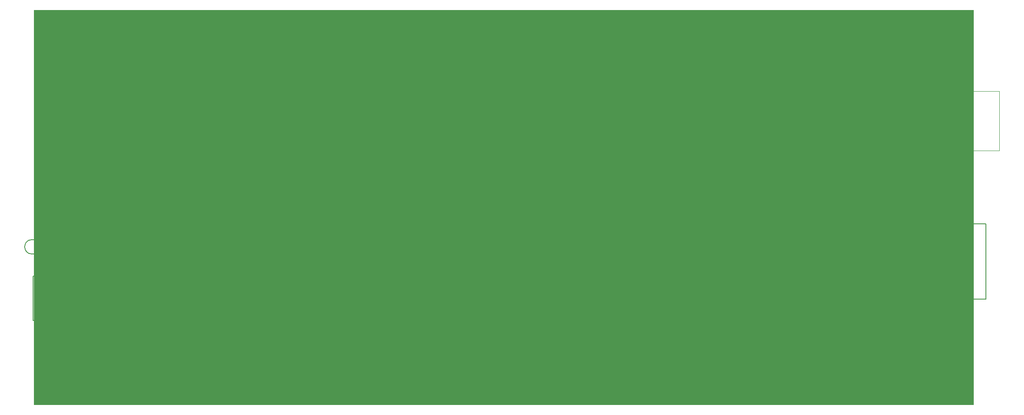
<source format=gto>
G04 Layer_Color=65535*
%FSLAX42Y42*%
%MOMM*%
G71*
G01*
G75*
%ADD24C,0.25*%
%ADD26C,0.20*%
%ADD27C,0.86*%
%ADD28C,1.00*%
%ADD29C,0.76*%
%ADD30R,0.51X0.51*%
%ADD31R,0.33X80.00*%
%ADD32R,190.00X80.00*%
%ADD63C,0.20*%
%ADD64C,0.60*%
%ADD65C,0.25*%
%ADD66C,0.40*%
%ADD67C,0.05*%
%ADD68C,0.15*%
%ADD69C,0.13*%
%ADD70C,0.10*%
%ADD71C,0.15*%
D24*
X8176Y6783D02*
G03*
X8176Y6783I-200J0D01*
G01*
X7287Y6770D02*
G03*
X7287Y6770I-200J0D01*
G01*
X14907Y6974D02*
G03*
X14907Y6974I-200J0D01*
G01*
X9065Y6783D02*
G03*
X9065Y6783I-200J0D01*
G01*
X9954D02*
G03*
X9954Y6783I-200J0D01*
G01*
X11399Y7450D02*
X11501D01*
X11450Y7399D02*
Y7501D01*
X5367Y2662D02*
Y2762D01*
X5317Y2715D02*
X5417D01*
X1350Y1300D02*
Y1600D01*
X50Y1300D02*
X1350D01*
X14050Y1150D02*
Y2350D01*
X11000Y1150D02*
Y2350D01*
X12900Y1150D02*
X14050D01*
X11000D02*
X12150D01*
X11000Y2350D02*
X14050D01*
X3900Y50D02*
Y7950D01*
X50Y3650D02*
X1850D01*
X50Y6850D02*
X1700D01*
X50Y5250D02*
X200D01*
X1850Y5000D02*
Y6650D01*
Y3650D02*
Y5250D01*
X200D02*
X1850D01*
X8280Y6617D02*
Y6934D01*
X7925Y6375D02*
X8026D01*
X7925Y7201D02*
X8026D01*
X7671Y6617D02*
Y6934D01*
X7391Y6604D02*
Y6921D01*
X7036Y6363D02*
X7137D01*
X7036Y7188D02*
X7137D01*
X6782Y6604D02*
Y6921D01*
X14402Y6807D02*
Y7125D01*
X14656Y7391D02*
X14757D01*
X14656Y6566D02*
X14757D01*
X15011Y6807D02*
Y7125D01*
X8560Y6617D02*
Y6934D01*
X8814Y7201D02*
X8915D01*
X8814Y6375D02*
X8915D01*
X9169Y6617D02*
Y6934D01*
X9449Y6617D02*
Y6934D01*
X9703Y7201D02*
X9804D01*
X9703Y6375D02*
X9804D01*
X10058Y6617D02*
Y6934D01*
X15300Y6200D02*
Y6550D01*
X14100Y6200D02*
Y6500D01*
Y6200D02*
X15300D01*
X11596Y6350D02*
Y7150D01*
X12096D01*
X11596Y6350D02*
X12096D01*
X13000D02*
Y7150D01*
X12500D02*
X13000D01*
X12500Y6350D02*
X13000D01*
X1852Y3575D02*
X1952D01*
X1902Y3528D02*
Y3628D01*
D26*
X5903Y2743D02*
X6108D01*
X5903Y3243D02*
X6108D01*
X5901Y2744D02*
Y2932D01*
Y3054D02*
Y3240D01*
X6109Y2743D02*
Y2932D01*
Y3054D02*
Y3240D01*
X3647Y227D02*
Y432D01*
X4148Y227D02*
Y432D01*
X3649Y434D02*
X3837D01*
X3959D02*
X4145D01*
X3647Y225D02*
X3837D01*
X3959D02*
X4145D01*
X16229Y3270D02*
Y3456D01*
Y3578D02*
Y3768D01*
X16437Y3270D02*
Y3456D01*
Y3578D02*
Y3766D01*
X16230Y3267D02*
X16435D01*
X16230Y3768D02*
X16435D01*
X1216Y6200D02*
X1402D01*
X1524D02*
X1714D01*
X1216Y5992D02*
X1402D01*
X1524D02*
X1712D01*
X1213Y5993D02*
Y6199D01*
X1714Y5993D02*
Y6199D01*
X1776Y6755D02*
Y6941D01*
Y7063D02*
Y7253D01*
X1985Y6755D02*
Y6941D01*
Y7063D02*
Y7251D01*
X1778Y6752D02*
X1983D01*
X1778Y7253D02*
X1983D01*
X14645Y2856D02*
Y3042D01*
Y2544D02*
Y2734D01*
X14437Y2856D02*
Y3042D01*
Y2546D02*
Y2734D01*
X14438Y3045D02*
X14644D01*
X14438Y2544D02*
X14644D01*
X1167Y4496D02*
X1353D01*
X1475D02*
X1665D01*
X1167Y4288D02*
X1353D01*
X1475D02*
X1663D01*
X1164Y4289D02*
Y4495D01*
X1665Y4289D02*
Y4495D01*
X17224Y4451D02*
X17410D01*
X16913D02*
X17102D01*
X17224Y4659D02*
X17410D01*
X16914D02*
X17102D01*
X17413Y4452D02*
Y4658D01*
X16913Y4452D02*
Y4658D01*
X16874Y4451D02*
Y4657D01*
X16534Y2063D02*
Y2249D01*
Y2371D02*
Y2561D01*
X16742Y2063D02*
Y2249D01*
Y2371D02*
Y2559D01*
X16535Y2060D02*
X16740D01*
X16535Y2561D02*
X16740D01*
X1043Y4317D02*
Y4503D01*
Y4005D02*
Y4194D01*
X835Y4317D02*
Y4503D01*
Y4006D02*
Y4194D01*
X837Y4506D02*
X1042D01*
X837Y4005D02*
X1042D01*
X16435Y4964D02*
Y5170D01*
X16935Y4964D02*
Y5170D01*
X16436Y5171D02*
X16624D01*
X16746D02*
X16932D01*
X16435Y4963D02*
X16624D01*
X16746D02*
X16932D01*
X17224Y4210D02*
X17410D01*
X16913D02*
X17102D01*
X17224Y4418D02*
X17410D01*
X16914D02*
X17102D01*
X17413Y4211D02*
Y4416D01*
X16913Y4211D02*
Y4416D01*
X16874Y4210D02*
Y4415D01*
X15687Y7108D02*
X15892D01*
X15687Y6607D02*
X15892D01*
X15894Y6918D02*
Y7106D01*
Y6610D02*
Y6796D01*
X15686Y6918D02*
Y7108D01*
Y6610D02*
Y6796D01*
X16423Y2373D02*
Y2559D01*
Y2062D02*
Y2251D01*
X16215Y2373D02*
Y2559D01*
Y2063D02*
Y2251D01*
X16216Y2562D02*
X16422D01*
X16216Y2062D02*
X16422D01*
X17223Y5816D02*
Y6021D01*
X16723Y5816D02*
Y6021D01*
X17034Y5814D02*
X17222D01*
X16726D02*
X16912D01*
X17034Y6023D02*
X17223D01*
X16726D02*
X16912D01*
X16728Y3580D02*
Y3766D01*
Y3268D02*
Y3458D01*
X16520Y3580D02*
Y3766D01*
Y3270D02*
Y3458D01*
X16521Y3769D02*
X16727D01*
X16521Y3268D02*
X16727D01*
X8270Y5289D02*
Y5474D01*
Y4977D02*
Y5166D01*
X8062Y5289D02*
Y5474D01*
Y4978D02*
Y5166D01*
X8064Y5478D02*
X8269D01*
X8064Y4977D02*
X8269D01*
X1018Y6018D02*
Y6204D01*
Y5707D02*
Y5896D01*
X810Y6018D02*
Y6204D01*
Y5708D02*
Y5896D01*
X811Y6207D02*
X1017D01*
X811Y5707D02*
X1017D01*
X17519Y4452D02*
Y4657D01*
X18020Y4452D02*
Y4657D01*
X17521Y4659D02*
X17709D01*
X17831D02*
X18017D01*
X17519Y4450D02*
X17709D01*
X17831D02*
X18017D01*
X17519Y4210D02*
Y4416D01*
X18020Y4210D02*
Y4416D01*
X17521Y4417D02*
X17709D01*
X17831D02*
X18017D01*
X17519Y4209D02*
X17709D01*
X17831D02*
X18017D01*
X14717Y2559D02*
Y2745D01*
Y2867D02*
Y3056D01*
X14926Y2559D02*
Y2745D01*
Y2867D02*
Y3055D01*
X14719Y2556D02*
X14924D01*
X14719Y3056D02*
X14924D01*
X2006Y6755D02*
Y6941D01*
Y7063D02*
Y7253D01*
X2215Y6755D02*
Y6941D01*
Y7063D02*
Y7251D01*
X2008Y6752D02*
X2213D01*
X2008Y7253D02*
X2213D01*
X1167Y4280D02*
X1353D01*
X1475D02*
X1665D01*
X1167Y4072D02*
X1353D01*
X1475D02*
X1663D01*
X1164Y4073D02*
Y4279D01*
X1665Y4073D02*
Y4279D01*
X17223Y6045D02*
Y6250D01*
X16723Y6045D02*
Y6250D01*
X17034Y6043D02*
X17222D01*
X16726D02*
X16912D01*
X17034Y6251D02*
X17223D01*
X16726D02*
X16912D01*
X2219Y6619D02*
X2405D01*
X2527D02*
X2717D01*
X2219Y6411D02*
X2405D01*
X2527D02*
X2715D01*
X2216Y6413D02*
Y6618D01*
X2717Y6413D02*
Y6618D01*
X17223Y5562D02*
Y5767D01*
X16723Y5562D02*
Y5767D01*
X17034Y5560D02*
X17222D01*
X16726D02*
X16912D01*
X17034Y5769D02*
X17223D01*
X16726D02*
X16912D01*
X8572Y4979D02*
X8777D01*
X8572Y5480D02*
X8777D01*
X8570Y4981D02*
Y5169D01*
Y5291D02*
Y5477D01*
X8778Y4979D02*
Y5169D01*
Y5291D02*
Y5477D01*
X7762Y5289D02*
Y5474D01*
Y4977D02*
Y5166D01*
X7554Y5289D02*
Y5474D01*
Y4978D02*
Y5166D01*
X7556Y5478D02*
X7761D01*
X7556Y4977D02*
X7761D01*
X9080Y4979D02*
X9285D01*
X9080Y5480D02*
X9285D01*
X9078Y4981D02*
Y5169D01*
Y5291D02*
Y5477D01*
X9286Y4979D02*
Y5169D01*
Y5291D02*
Y5477D01*
Y5901D02*
Y6087D01*
Y5589D02*
Y5778D01*
X9078Y5901D02*
Y6087D01*
Y5591D02*
Y5778D01*
X9080Y6090D02*
X9285D01*
X9080Y5589D02*
X9285D01*
X9081Y5550D02*
X9286D01*
X7554Y5547D02*
X7759D01*
X7553Y5586D02*
X7758D01*
X7553Y6087D02*
X7758D01*
X7551Y5588D02*
Y5776D01*
Y5898D02*
Y6084D01*
X7760Y5586D02*
Y5776D01*
Y5898D02*
Y6084D01*
X8065Y5545D02*
X8270D01*
X8064Y5584D02*
X8269D01*
X8064Y6085D02*
X8269D01*
X8062Y5585D02*
Y5773D01*
Y5896D02*
Y6081D01*
X8270Y5584D02*
Y5773D01*
Y5896D02*
Y6081D01*
X8778Y5901D02*
Y6087D01*
Y5589D02*
Y5778D01*
X8570Y5901D02*
Y6087D01*
Y5591D02*
Y5778D01*
X8572Y6090D02*
X8777D01*
X8572Y5589D02*
X8777D01*
X8572Y5550D02*
X8778D01*
X16094Y7603D02*
X16295D01*
X16094Y7229D02*
X16295D01*
Y7459D02*
Y7599D01*
Y7234D02*
Y7374D01*
X16094Y7459D02*
Y7599D01*
Y7234D02*
Y7374D01*
X1481Y1002D02*
X1461Y1022D01*
X1420D01*
X1400Y1002D01*
Y920D01*
X1420Y900D01*
X1461D01*
X1481Y920D01*
X1583Y900D02*
Y1022D01*
X1522Y961D01*
X1603D01*
X1725Y1022D02*
X1684Y1002D01*
X1644Y961D01*
Y920D01*
X1664Y900D01*
X1705D01*
X1725Y920D01*
Y941D01*
X1705Y961D01*
X1644D01*
X752Y3421D02*
Y3299D01*
X813D01*
X833Y3320D01*
Y3401D01*
X813Y3421D01*
X752D01*
X874Y3299D02*
X914D01*
X894D01*
Y3421D01*
X874Y3401D01*
X3500Y550D02*
Y672D01*
X3561D01*
X3581Y652D01*
Y611D01*
X3561Y591D01*
X3500D01*
X3541D02*
X3581Y550D01*
X3683D02*
Y672D01*
X3622Y611D01*
X3703D01*
X3825Y550D02*
X3744D01*
X3825Y631D01*
Y652D01*
X3805Y672D01*
X3764D01*
X3744Y652D01*
X7950Y3272D02*
Y3150D01*
X8011D01*
X8031Y3170D01*
Y3252D01*
X8011Y3272D01*
X7950D01*
X8153Y3252D02*
X8133Y3272D01*
X8092D01*
X8072Y3252D01*
Y3231D01*
X8092Y3211D01*
X8133D01*
X8153Y3191D01*
Y3170D01*
X8133Y3150D01*
X8092D01*
X8072Y3170D01*
X8194Y3150D02*
X8234D01*
X8214D01*
Y3272D01*
X8194Y3252D01*
X12800Y6150D02*
Y6272D01*
X12861D01*
X12881Y6252D01*
Y6211D01*
X12861Y6191D01*
X12800D01*
X12922Y6252D02*
X12942Y6272D01*
X12983D01*
X13003Y6252D01*
Y6231D01*
X12983Y6211D01*
X13003Y6191D01*
Y6170D01*
X12983Y6150D01*
X12942D01*
X12922Y6170D01*
Y6191D01*
X12942Y6211D01*
X12922Y6231D01*
Y6252D01*
X12942Y6211D02*
X12983D01*
X8950Y5000D02*
X8828D01*
Y5061D01*
X8848Y5081D01*
X8889D01*
X8909Y5061D01*
Y5000D01*
Y5041D02*
X8950Y5081D01*
Y5203D02*
Y5122D01*
X8869Y5203D01*
X8848D01*
X8828Y5183D01*
Y5142D01*
X8848Y5122D01*
Y5244D02*
X8828Y5264D01*
Y5305D01*
X8848Y5325D01*
X8869D01*
X8889Y5305D01*
Y5284D01*
Y5305D01*
X8909Y5325D01*
X8930D01*
X8950Y5305D01*
Y5264D01*
X8930Y5244D01*
X9531Y7452D02*
X9511Y7472D01*
X9470D01*
X9450Y7452D01*
Y7431D01*
X9470Y7411D01*
X9511D01*
X9531Y7391D01*
Y7370D01*
X9511Y7350D01*
X9470D01*
X9450Y7370D01*
X9572Y7472D02*
Y7350D01*
X9613Y7391D01*
X9653Y7350D01*
Y7472D01*
X9775D02*
X9694D01*
Y7411D01*
X9734Y7431D01*
X9755D01*
X9775Y7411D01*
Y7370D01*
X9755Y7350D01*
X9714D01*
X9694Y7370D01*
X8631Y7452D02*
X8611Y7472D01*
X8570D01*
X8550Y7452D01*
Y7431D01*
X8570Y7411D01*
X8611D01*
X8631Y7391D01*
Y7370D01*
X8611Y7350D01*
X8570D01*
X8550Y7370D01*
X8672Y7472D02*
Y7350D01*
X8713Y7391D01*
X8753Y7350D01*
Y7472D01*
X8855Y7350D02*
Y7472D01*
X8794Y7411D01*
X8875D01*
X9500Y5000D02*
X9378D01*
Y5061D01*
X9398Y5081D01*
X9439D01*
X9459Y5061D01*
Y5000D01*
Y5041D02*
X9500Y5081D01*
Y5203D02*
Y5122D01*
X9419Y5203D01*
X9398D01*
X9378Y5183D01*
Y5142D01*
X9398Y5122D01*
X9500Y5305D02*
X9378D01*
X9439Y5244D01*
Y5325D01*
X9378Y5500D02*
X9500D01*
Y5581D01*
X9378Y5703D02*
Y5622D01*
X9500D01*
Y5703D01*
X9439Y5622D02*
Y5663D01*
X9378Y5744D02*
X9500D01*
Y5805D01*
X9480Y5825D01*
X9398D01*
X9378Y5805D01*
Y5744D01*
Y5947D02*
X9398Y5906D01*
X9439Y5866D01*
X9480D01*
X9500Y5886D01*
Y5927D01*
X9480Y5947D01*
X9459D01*
X9439Y5927D01*
Y5866D01*
X8828Y5500D02*
X8950D01*
Y5581D01*
X8828Y5703D02*
Y5622D01*
X8950D01*
Y5703D01*
X8889Y5622D02*
Y5663D01*
X8828Y5744D02*
X8950D01*
Y5805D01*
X8930Y5825D01*
X8848D01*
X8828Y5805D01*
Y5744D01*
Y5947D02*
Y5866D01*
X8889D01*
X8869Y5906D01*
Y5927D01*
X8889Y5947D01*
X8930D01*
X8950Y5927D01*
Y5886D01*
X8930Y5866D01*
X12345Y4817D02*
X12325Y4837D01*
X12284D01*
X12264Y4817D01*
Y4735D01*
X12284Y4715D01*
X12325D01*
X12345Y4735D01*
X12447Y4715D02*
Y4837D01*
X12386Y4776D01*
X12467D01*
X12508Y4817D02*
X12528Y4837D01*
X12569D01*
X12589Y4817D01*
Y4796D01*
X12569Y4776D01*
X12549D01*
X12569D01*
X12589Y4756D01*
Y4735D01*
X12569Y4715D01*
X12528D01*
X12508Y4735D01*
X7828Y5500D02*
X7950D01*
Y5581D01*
X7828Y5703D02*
Y5622D01*
X7950D01*
Y5703D01*
X7889Y5622D02*
Y5663D01*
X7828Y5744D02*
X7950D01*
Y5805D01*
X7930Y5825D01*
X7848D01*
X7828Y5805D01*
Y5744D01*
X7848Y5866D02*
X7828Y5886D01*
Y5927D01*
X7848Y5947D01*
X7869D01*
X7889Y5927D01*
Y5906D01*
Y5927D01*
X7909Y5947D01*
X7930D01*
X7950Y5927D01*
Y5886D01*
X7930Y5866D01*
X8328Y5500D02*
X8450D01*
Y5581D01*
X8328Y5703D02*
Y5622D01*
X8450D01*
Y5703D01*
X8389Y5622D02*
Y5663D01*
X8328Y5744D02*
X8450D01*
Y5805D01*
X8430Y5825D01*
X8348D01*
X8328Y5805D01*
Y5744D01*
X8450Y5927D02*
X8328D01*
X8389Y5866D01*
Y5947D01*
X7950Y5000D02*
X7828D01*
Y5061D01*
X7848Y5081D01*
X7889D01*
X7909Y5061D01*
Y5000D01*
Y5041D02*
X7950Y5081D01*
Y5122D02*
Y5163D01*
Y5142D01*
X7828D01*
X7848Y5122D01*
Y5223D02*
X7828Y5244D01*
Y5284D01*
X7848Y5305D01*
X7869D01*
X7889Y5284D01*
X7909Y5305D01*
X7930D01*
X7950Y5284D01*
Y5244D01*
X7930Y5223D01*
X7909D01*
X7889Y5244D01*
X7869Y5223D01*
X7848D01*
X7889Y5244D02*
Y5284D01*
X8450Y5000D02*
X8328D01*
Y5061D01*
X8348Y5081D01*
X8389D01*
X8409Y5061D01*
Y5000D01*
Y5041D02*
X8450Y5081D01*
Y5203D02*
Y5122D01*
X8369Y5203D01*
X8348D01*
X8328Y5183D01*
Y5142D01*
X8348Y5122D01*
X8450Y5325D02*
Y5244D01*
X8369Y5325D01*
X8348D01*
X8328Y5305D01*
Y5264D01*
X8348Y5244D01*
X6781Y7452D02*
X6761Y7472D01*
X6720D01*
X6700Y7452D01*
Y7431D01*
X6720Y7411D01*
X6761D01*
X6781Y7391D01*
Y7370D01*
X6761Y7350D01*
X6720D01*
X6700Y7370D01*
X6822Y7472D02*
Y7350D01*
X6863Y7391D01*
X6903Y7350D01*
Y7472D01*
X7025Y7350D02*
X6944D01*
X7025Y7431D01*
Y7452D01*
X7005Y7472D01*
X6964D01*
X6944Y7452D01*
X7731D02*
X7711Y7472D01*
X7670D01*
X7650Y7452D01*
Y7431D01*
X7670Y7411D01*
X7711D01*
X7731Y7391D01*
Y7370D01*
X7711Y7350D01*
X7670D01*
X7650Y7370D01*
X7772Y7472D02*
Y7350D01*
X7813Y7391D01*
X7853Y7350D01*
Y7472D01*
X7894Y7452D02*
X7914Y7472D01*
X7955D01*
X7975Y7452D01*
Y7431D01*
X7955Y7411D01*
X7934D01*
X7955D01*
X7975Y7391D01*
Y7370D01*
X7955Y7350D01*
X7914D01*
X7894Y7370D01*
X9091Y1450D02*
X9070Y1471D01*
X9030D01*
X9009Y1450D01*
Y1430D01*
X9030Y1410D01*
X9070D01*
X9091Y1389D01*
Y1369D01*
X9070Y1349D01*
X9030D01*
X9009Y1369D01*
X9131Y1349D02*
X9172D01*
X9152D01*
Y1471D01*
X9131Y1450D01*
X11300Y6450D02*
Y6572D01*
X11361D01*
X11381Y6552D01*
Y6511D01*
X11361Y6491D01*
X11300D01*
X11422Y6470D02*
X11442Y6450D01*
X11483D01*
X11503Y6470D01*
Y6552D01*
X11483Y6572D01*
X11442D01*
X11422Y6552D01*
Y6531D01*
X11442Y6511D01*
X11503D01*
X1989Y3177D02*
X2071D01*
X2030D01*
Y3055D01*
X2111D02*
X2152D01*
X2132D01*
Y3177D01*
X2111Y3157D01*
X11300Y7150D02*
Y7272D01*
X11361D01*
X11381Y7252D01*
Y7211D01*
X11361Y7191D01*
X11300D01*
X11422Y7272D02*
X11503D01*
Y7252D01*
X11422Y7170D01*
Y7150D01*
X5931Y2652D02*
X5911Y2672D01*
X5870D01*
X5850Y2652D01*
Y2570D01*
X5870Y2550D01*
X5911D01*
X5931Y2570D01*
X6033Y2550D02*
Y2672D01*
X5972Y2611D01*
X6053D01*
X6175Y2672D02*
X6094D01*
Y2611D01*
X6134Y2631D01*
X6155D01*
X6175Y2611D01*
Y2570D01*
X6155Y2550D01*
X6114D01*
X6094Y2570D01*
X5531Y2552D02*
X5511Y2572D01*
X5470D01*
X5450Y2552D01*
Y2470D01*
X5470Y2450D01*
X5511D01*
X5531Y2470D01*
X5633Y2450D02*
Y2572D01*
X5572Y2511D01*
X5653D01*
X5755Y2450D02*
Y2572D01*
X5694Y2511D01*
X5775D01*
X16452Y7644D02*
X16431Y7664D01*
X16391D01*
X16370Y7644D01*
Y7563D01*
X16391Y7542D01*
X16431D01*
X16452Y7563D01*
X16492Y7542D02*
X16533D01*
X16512D01*
Y7664D01*
X16492Y7644D01*
X16594D02*
X16614Y7664D01*
X16655D01*
X16675Y7644D01*
Y7563D01*
X16655Y7542D01*
X16614D01*
X16594Y7563D01*
Y7644D01*
X15776Y7290D02*
X15756Y7310D01*
X15715D01*
X15695Y7290D01*
Y7209D01*
X15715Y7188D01*
X15756D01*
X15776Y7209D01*
X15817Y7188D02*
X15857D01*
X15837D01*
Y7310D01*
X15817Y7290D01*
X15918Y7188D02*
X15959D01*
X15938D01*
Y7310D01*
X15918Y7290D01*
X16507Y7305D02*
X16487Y7325D01*
X16446D01*
X16426Y7305D01*
Y7224D01*
X16446Y7203D01*
X16487D01*
X16507Y7224D01*
X16548Y7203D02*
X16589D01*
X16568D01*
Y7325D01*
X16548Y7305D01*
X16731Y7203D02*
X16650D01*
X16731Y7285D01*
Y7305D01*
X16711Y7325D01*
X16670D01*
X16650Y7305D01*
X17511Y7290D02*
X17490Y7310D01*
X17450D01*
X17429Y7290D01*
Y7209D01*
X17450Y7188D01*
X17490D01*
X17511Y7209D01*
X17633Y7188D02*
X17551D01*
X17633Y7269D01*
Y7290D01*
X17612Y7310D01*
X17572D01*
X17551Y7290D01*
X17673D02*
X17694Y7310D01*
X17734D01*
X17754Y7290D01*
Y7209D01*
X17734Y7188D01*
X17694D01*
X17673Y7209D01*
Y7290D01*
X16993Y4846D02*
Y4724D01*
X17074D01*
X17196Y4846D02*
X17114D01*
Y4724D01*
X17196D01*
X17114Y4785D02*
X17155D01*
X17236Y4846D02*
Y4724D01*
X17297D01*
X17318Y4745D01*
Y4826D01*
X17297Y4846D01*
X17236D01*
X17358Y4724D02*
X17399D01*
X17379D01*
Y4846D01*
X17358Y4826D01*
X16993Y4160D02*
Y4039D01*
X17074D01*
X17196Y4160D02*
X17114D01*
Y4039D01*
X17196D01*
X17114Y4100D02*
X17155D01*
X17236Y4160D02*
Y4039D01*
X17297D01*
X17318Y4059D01*
Y4140D01*
X17297Y4160D01*
X17236D01*
X17439Y4039D02*
X17358D01*
X17439Y4120D01*
Y4140D01*
X17419Y4160D01*
X17379D01*
X17358Y4140D01*
X17996Y6579D02*
Y6700D01*
X18057D01*
X18077Y6680D01*
Y6640D01*
X18057Y6619D01*
X17996D01*
X18118Y6579D02*
X18158D01*
X18138D01*
Y6700D01*
X18118Y6680D01*
X16586Y5232D02*
Y5354D01*
X16647D01*
X16667Y5334D01*
Y5293D01*
X16647Y5273D01*
X16586D01*
X16627D02*
X16667Y5232D01*
X16708Y5334D02*
X16728Y5354D01*
X16769D01*
X16789Y5334D01*
Y5314D01*
X16769Y5293D01*
X16789Y5273D01*
Y5253D01*
X16769Y5232D01*
X16728D01*
X16708Y5253D01*
Y5273D01*
X16728Y5293D01*
X16708Y5314D01*
Y5334D01*
X16728Y5293D02*
X16769D01*
X17297Y6096D02*
Y6218D01*
X17358D01*
X17379Y6198D01*
Y6157D01*
X17358Y6137D01*
X17297D01*
X17338D02*
X17379Y6096D01*
X17419Y6116D02*
X17440Y6096D01*
X17480D01*
X17501Y6116D01*
Y6198D01*
X17480Y6218D01*
X17440D01*
X17419Y6198D01*
Y6177D01*
X17440Y6157D01*
X17501D01*
X17297Y5855D02*
Y5977D01*
X17358D01*
X17379Y5956D01*
Y5916D01*
X17358Y5895D01*
X17297D01*
X17338D02*
X17379Y5855D01*
X17419D02*
X17460D01*
X17440D01*
Y5977D01*
X17419Y5956D01*
X17521D02*
X17541Y5977D01*
X17582D01*
X17602Y5956D01*
Y5875D01*
X17582Y5855D01*
X17541D01*
X17521Y5875D01*
Y5956D01*
X17297Y5601D02*
Y5723D01*
X17358D01*
X17379Y5702D01*
Y5662D01*
X17358Y5641D01*
X17297D01*
X17338D02*
X17379Y5601D01*
X17419D02*
X17460D01*
X17440D01*
Y5723D01*
X17419Y5702D01*
X17521Y5601D02*
X17561D01*
X17541D01*
Y5723D01*
X17521Y5702D01*
X17628Y4724D02*
Y4846D01*
X17689D01*
X17709Y4826D01*
Y4785D01*
X17689Y4765D01*
X17628D01*
X17668D02*
X17709Y4724D01*
X17749D02*
X17790D01*
X17770D01*
Y4846D01*
X17749Y4826D01*
X17932Y4724D02*
X17851D01*
X17932Y4806D01*
Y4826D01*
X17912Y4846D01*
X17871D01*
X17851Y4826D01*
X17628Y4039D02*
Y4160D01*
X17689D01*
X17709Y4140D01*
Y4100D01*
X17689Y4079D01*
X17628D01*
X17668D02*
X17709Y4039D01*
X17749D02*
X17790D01*
X17770D01*
Y4160D01*
X17749Y4140D01*
X17851D02*
X17871Y4160D01*
X17912D01*
X17932Y4140D01*
Y4120D01*
X17912Y4100D01*
X17892D01*
X17912D01*
X17932Y4079D01*
Y4059D01*
X17912Y4039D01*
X17871D01*
X17851Y4059D01*
X14281Y7652D02*
X14261Y7672D01*
X14220D01*
X14200Y7652D01*
Y7631D01*
X14220Y7611D01*
X14261D01*
X14281Y7591D01*
Y7570D01*
X14261Y7550D01*
X14220D01*
X14200Y7570D01*
X14322Y7672D02*
Y7550D01*
X14363Y7591D01*
X14403Y7550D01*
Y7672D01*
X14444Y7550D02*
X14484D01*
X14464D01*
Y7672D01*
X14444Y7652D01*
X16091Y6561D02*
Y6459D01*
X16111Y6439D01*
X16152D01*
X16172Y6459D01*
Y6561D01*
X16213Y6540D02*
X16233Y6561D01*
X16274D01*
X16294Y6540D01*
Y6520D01*
X16274Y6500D01*
X16253D01*
X16274D01*
X16294Y6480D01*
Y6459D01*
X16274Y6439D01*
X16233D01*
X16213Y6459D01*
X15350Y5372D02*
Y5270D01*
X15370Y5250D01*
X15411D01*
X15431Y5270D01*
Y5372D01*
X15533Y5250D02*
Y5372D01*
X15472Y5311D01*
X15553D01*
X15075Y4745D02*
Y4724D01*
X15116Y4684D01*
X15156Y4724D01*
Y4745D01*
X15116Y4684D02*
Y4623D01*
X15197D02*
X15237D01*
X15217D01*
Y4745D01*
X15197Y4724D01*
X261Y2812D02*
X221D01*
X241D01*
Y2710D01*
X221Y2690D01*
X200D01*
X180Y2710D01*
X383Y2690D02*
X302D01*
X383Y2771D01*
Y2792D01*
X363Y2812D01*
X322D01*
X302Y2792D01*
X16307Y2746D02*
X16286Y2766D01*
X16246D01*
X16226Y2746D01*
Y2664D01*
X16246Y2644D01*
X16286D01*
X16307Y2664D01*
X16429Y2644D02*
X16347D01*
X16429Y2725D01*
Y2746D01*
X16408Y2766D01*
X16368D01*
X16347Y2746D01*
X16624Y2743D02*
X16604Y2763D01*
X16563D01*
X16543Y2743D01*
Y2662D01*
X16563Y2642D01*
X16604D01*
X16624Y2662D01*
X16665Y2743D02*
X16685Y2763D01*
X16726D01*
X16746Y2743D01*
Y2723D01*
X16726Y2703D01*
X16706D01*
X16726D01*
X16746Y2682D01*
Y2662D01*
X16726Y2642D01*
X16685D01*
X16665Y2662D01*
X16325Y3950D02*
X16304Y3970D01*
X16264D01*
X16243Y3950D01*
Y3868D01*
X16264Y3848D01*
X16304D01*
X16325Y3868D01*
X16446Y3970D02*
X16406Y3950D01*
X16365Y3909D01*
Y3868D01*
X16385Y3848D01*
X16426D01*
X16446Y3868D01*
Y3889D01*
X16426Y3909D01*
X16365D01*
X16612Y3952D02*
X16591Y3973D01*
X16551D01*
X16530Y3952D01*
Y3871D01*
X16551Y3851D01*
X16591D01*
X16612Y3871D01*
X16652Y3973D02*
X16733D01*
Y3952D01*
X16652Y3871D01*
Y3851D01*
X14529Y3228D02*
X14508Y3249D01*
X14468D01*
X14448Y3228D01*
Y3147D01*
X14468Y3127D01*
X14508D01*
X14529Y3147D01*
X14569Y3228D02*
X14590Y3249D01*
X14630D01*
X14651Y3228D01*
Y3208D01*
X14630Y3188D01*
X14651Y3167D01*
Y3147D01*
X14630Y3127D01*
X14590D01*
X14569Y3147D01*
Y3167D01*
X14590Y3188D01*
X14569Y3208D01*
Y3228D01*
X14590Y3188D02*
X14630D01*
X14808Y3238D02*
X14788Y3259D01*
X14747D01*
X14727Y3238D01*
Y3157D01*
X14747Y3137D01*
X14788D01*
X14808Y3157D01*
X14849D02*
X14869Y3137D01*
X14910D01*
X14930Y3157D01*
Y3238D01*
X14910Y3259D01*
X14869D01*
X14849Y3238D01*
Y3218D01*
X14869Y3198D01*
X14930D01*
X1278Y3201D02*
X1258Y3181D01*
Y3140D01*
X1278Y3120D01*
X1360D01*
X1380Y3140D01*
Y3181D01*
X1360Y3201D01*
X1380Y3323D02*
Y3242D01*
X1299Y3323D01*
X1278D01*
X1258Y3303D01*
Y3262D01*
X1278Y3242D01*
X1258Y3445D02*
Y3364D01*
X1319D01*
X1299Y3404D01*
Y3425D01*
X1319Y3445D01*
X1360D01*
X1380Y3425D01*
Y3384D01*
X1360Y3364D01*
X3581Y4202D02*
X3561Y4222D01*
X3520D01*
X3500Y4202D01*
Y4120D01*
X3520Y4100D01*
X3561D01*
X3581Y4120D01*
X3703Y4100D02*
X3622D01*
X3703Y4181D01*
Y4202D01*
X3683Y4222D01*
X3642D01*
X3622Y4202D01*
X3825Y4222D02*
X3784Y4202D01*
X3744Y4161D01*
Y4120D01*
X3764Y4100D01*
X3805D01*
X3825Y4120D01*
Y4141D01*
X3805Y4161D01*
X3744D01*
X851Y3932D02*
X831Y3952D01*
X790D01*
X770Y3932D01*
Y3850D01*
X790Y3830D01*
X831D01*
X851Y3850D01*
X892Y3932D02*
X912Y3952D01*
X953D01*
X973Y3932D01*
Y3911D01*
X953Y3891D01*
X933D01*
X953D01*
X973Y3871D01*
Y3850D01*
X953Y3830D01*
X912D01*
X892Y3850D01*
X1075Y3830D02*
Y3952D01*
X1014Y3891D01*
X1095D01*
X831Y6352D02*
X811Y6372D01*
X770D01*
X750Y6352D01*
Y6270D01*
X770Y6250D01*
X811D01*
X831Y6270D01*
X872Y6352D02*
X892Y6372D01*
X933D01*
X953Y6352D01*
Y6331D01*
X933Y6311D01*
X913D01*
X933D01*
X953Y6291D01*
Y6270D01*
X933Y6250D01*
X892D01*
X872Y6270D01*
X994Y6352D02*
X1014Y6372D01*
X1055D01*
X1075Y6352D01*
Y6331D01*
X1055Y6311D01*
X1075Y6291D01*
Y6270D01*
X1055Y6250D01*
X1014D01*
X994Y6270D01*
Y6291D01*
X1014Y6311D01*
X994Y6331D01*
Y6352D01*
X1014Y6311D02*
X1055D01*
X2181Y7402D02*
X2161Y7422D01*
X2120D01*
X2100Y7402D01*
Y7320D01*
X2120Y7300D01*
X2161D01*
X2181Y7320D01*
X2222Y7402D02*
X2242Y7422D01*
X2283D01*
X2303Y7402D01*
Y7381D01*
X2283Y7361D01*
X2263D01*
X2283D01*
X2303Y7341D01*
Y7320D01*
X2283Y7300D01*
X2242D01*
X2222Y7320D01*
X2344D02*
X2364Y7300D01*
X2405D01*
X2425Y7320D01*
Y7402D01*
X2405Y7422D01*
X2364D01*
X2344Y7402D01*
Y7381D01*
X2364Y7361D01*
X2425D01*
X1691Y7402D02*
X1671Y7422D01*
X1630D01*
X1610Y7402D01*
Y7320D01*
X1630Y7300D01*
X1671D01*
X1691Y7320D01*
X1793Y7300D02*
Y7422D01*
X1732Y7361D01*
X1813D01*
X1854Y7402D02*
X1874Y7422D01*
X1915D01*
X1935Y7402D01*
Y7320D01*
X1915Y7300D01*
X1874D01*
X1854Y7320D01*
Y7402D01*
X17262Y3873D02*
X17221D01*
X17241D01*
Y3772D01*
X17221Y3752D01*
X17201D01*
X17181Y3772D01*
X17302Y3752D02*
X17343D01*
X17323D01*
Y3873D01*
X17302Y3853D01*
X5041Y4572D02*
X5001D01*
X5021D01*
Y4470D01*
X5001Y4450D01*
X4980D01*
X4960Y4470D01*
X5082Y4552D02*
X5102Y4572D01*
X5143D01*
X5163Y4552D01*
Y4531D01*
X5143Y4511D01*
X5123D01*
X5143D01*
X5163Y4491D01*
Y4470D01*
X5143Y4450D01*
X5102D01*
X5082Y4470D01*
X123Y5030D02*
Y5152D01*
X184D01*
X204Y5132D01*
Y5091D01*
X184Y5071D01*
X123D01*
X326Y5030D02*
X245D01*
X326Y5111D01*
Y5132D01*
X306Y5152D01*
X265D01*
X245Y5132D01*
X150Y6700D02*
Y6822D01*
X211D01*
X231Y6802D01*
Y6761D01*
X211Y6741D01*
X150D01*
X272Y6802D02*
X292Y6822D01*
X333D01*
X353Y6802D01*
Y6781D01*
X333Y6761D01*
X313D01*
X333D01*
X353Y6741D01*
Y6720D01*
X333Y6700D01*
X292D01*
X272Y6720D01*
X10950Y2500D02*
Y2622D01*
X11011D01*
X11031Y2602D01*
Y2561D01*
X11011Y2541D01*
X10950D01*
X11153Y2622D02*
X11113Y2602D01*
X11072Y2561D01*
Y2520D01*
X11092Y2500D01*
X11133D01*
X11153Y2520D01*
Y2541D01*
X11133Y2561D01*
X11072D01*
X1150Y3900D02*
Y4022D01*
X1211D01*
X1231Y4002D01*
Y3961D01*
X1211Y3941D01*
X1150D01*
X1191D02*
X1231Y3900D01*
X1272D02*
X1313D01*
X1292D01*
Y4022D01*
X1272Y4002D01*
X1455Y4022D02*
X1414Y4002D01*
X1373Y3961D01*
Y3920D01*
X1394Y3900D01*
X1434D01*
X1455Y3920D01*
Y3941D01*
X1434Y3961D01*
X1373D01*
X1150Y4550D02*
Y4672D01*
X1211D01*
X1231Y4652D01*
Y4611D01*
X1211Y4591D01*
X1150D01*
X1191D02*
X1231Y4550D01*
X1272D02*
X1313D01*
X1292D01*
Y4672D01*
X1272Y4652D01*
X1373Y4672D02*
X1455D01*
Y4652D01*
X1373Y4570D01*
Y4550D01*
X1400Y6250D02*
Y6372D01*
X1461D01*
X1481Y6352D01*
Y6311D01*
X1461Y6291D01*
X1400D01*
X1441D02*
X1481Y6250D01*
X1603D02*
X1522D01*
X1603Y6331D01*
Y6352D01*
X1583Y6372D01*
X1542D01*
X1522Y6352D01*
X1644D02*
X1664Y6372D01*
X1705D01*
X1725Y6352D01*
Y6270D01*
X1705Y6250D01*
X1664D01*
X1644Y6270D01*
Y6352D01*
X1900Y6450D02*
Y6572D01*
X1961D01*
X1981Y6552D01*
Y6511D01*
X1961Y6491D01*
X1900D01*
X1941D02*
X1981Y6450D01*
X2103D02*
X2022D01*
X2103Y6531D01*
Y6552D01*
X2083Y6572D01*
X2042D01*
X2022Y6552D01*
X2144Y6450D02*
X2184D01*
X2164D01*
Y6572D01*
X2144Y6552D01*
X15770Y3512D02*
Y3411D01*
X15790Y3390D01*
X15831D01*
X15851Y3411D01*
Y3512D01*
X15892Y3390D02*
X15932D01*
X15912D01*
Y3512D01*
X15892Y3492D01*
X3520Y7102D02*
Y7000D01*
X3540Y6980D01*
X3581D01*
X3601Y7000D01*
Y7102D01*
X3723D02*
X3642D01*
Y7041D01*
X3683Y7061D01*
X3703D01*
X3723Y7041D01*
Y7000D01*
X3703Y6980D01*
X3662D01*
X3642Y7000D01*
X3300Y4572D02*
Y4470D01*
X3320Y4450D01*
X3361D01*
X3381Y4470D01*
Y4572D01*
X3422Y4552D02*
X3442Y4572D01*
X3483D01*
X3503Y4552D01*
Y4531D01*
X3483Y4511D01*
X3503Y4491D01*
Y4470D01*
X3483Y4450D01*
X3442D01*
X3422Y4470D01*
Y4491D01*
X3442Y4511D01*
X3422Y4531D01*
Y4552D01*
X3442Y4511D02*
X3483D01*
X2800Y6402D02*
Y6300D01*
X2820Y6280D01*
X2861D01*
X2881Y6300D01*
Y6402D01*
X2922Y6300D02*
X2942Y6280D01*
X2983D01*
X3003Y6300D01*
Y6382D01*
X2983Y6402D01*
X2942D01*
X2922Y6382D01*
Y6361D01*
X2942Y6341D01*
X3003D01*
X1000Y6722D02*
Y6600D01*
X1041Y6641D01*
X1081Y6600D01*
Y6722D01*
X1122Y6600D02*
X1163D01*
X1142D01*
Y6722D01*
X1122Y6702D01*
X2950Y7322D02*
Y7200D01*
X2991Y7241D01*
X3031Y7200D01*
Y7322D01*
X3153Y7200D02*
X3072D01*
X3153Y7281D01*
Y7302D01*
X3133Y7322D01*
X3092D01*
X3072Y7302D01*
X900Y4922D02*
Y4800D01*
X941Y4841D01*
X981Y4800D01*
Y4922D01*
X1022Y4902D02*
X1042Y4922D01*
X1083D01*
X1103Y4902D01*
Y4881D01*
X1083Y4861D01*
X1063D01*
X1083D01*
X1103Y4841D01*
Y4820D01*
X1083Y4800D01*
X1042D01*
X1022Y4820D01*
X10350Y6300D02*
Y6422D01*
X10411D01*
X10431Y6402D01*
Y6361D01*
X10411Y6341D01*
X10350D01*
X10533Y6300D02*
Y6422D01*
X10472Y6361D01*
X10553D01*
X7400Y700D02*
Y822D01*
X7461D01*
X7481Y802D01*
Y761D01*
X7461Y741D01*
X7400D01*
X7603Y822D02*
X7522D01*
Y761D01*
X7563Y781D01*
X7583D01*
X7603Y761D01*
Y720D01*
X7583Y700D01*
X7542D01*
X7522Y720D01*
X13100Y5000D02*
Y5122D01*
X13161D01*
X13181Y5102D01*
Y5061D01*
X13161Y5041D01*
X13100D01*
X13222Y5000D02*
X13263D01*
X13242D01*
Y5122D01*
X13222Y5102D01*
X13323D02*
X13344Y5122D01*
X13384D01*
X13405Y5102D01*
Y5020D01*
X13384Y5000D01*
X13344D01*
X13323Y5020D01*
Y5102D01*
X17150Y800D02*
Y922D01*
X17211D01*
X17231Y902D01*
Y861D01*
X17211Y841D01*
X17150D01*
X17272Y800D02*
X17313D01*
X17292D01*
Y922D01*
X17272Y902D01*
X17373Y800D02*
X17414D01*
X17394D01*
Y922D01*
X17373Y902D01*
X4850Y7250D02*
Y7372D01*
X4911D01*
X4931Y7352D01*
Y7311D01*
X4911Y7291D01*
X4850D01*
X4972Y7250D02*
X5013D01*
X4992D01*
Y7372D01*
X4972Y7352D01*
X5155Y7250D02*
X5073D01*
X5155Y7331D01*
Y7352D01*
X5134Y7372D01*
X5094D01*
X5073Y7352D01*
X12900Y7700D02*
Y7822D01*
X12961D01*
X12981Y7802D01*
Y7761D01*
X12961Y7741D01*
X12900D01*
X13022Y7700D02*
X13063D01*
X13042D01*
Y7822D01*
X13022Y7802D01*
X13123D02*
X13144Y7822D01*
X13184D01*
X13205Y7802D01*
Y7781D01*
X13184Y7761D01*
X13164D01*
X13184D01*
X13205Y7741D01*
Y7720D01*
X13184Y7700D01*
X13144D01*
X13123Y7720D01*
X2085Y4328D02*
Y4450D01*
X2146D01*
X2167Y4430D01*
Y4389D01*
X2146Y4369D01*
X2085D01*
X2207Y4328D02*
X2248D01*
X2228D01*
Y4450D01*
X2207Y4430D01*
X2370Y4328D02*
Y4450D01*
X2309Y4389D01*
X2390D01*
X8991Y1850D02*
X8950Y1891D01*
Y1931D01*
X8991Y1972D01*
X9052Y1850D02*
X9092D01*
X9072D01*
Y1972D01*
X9052Y1952D01*
X9234Y1972D02*
X9153D01*
Y1911D01*
X9194Y1931D01*
X9214D01*
X9234Y1911D01*
Y1870D01*
X9214Y1850D01*
X9173D01*
X9153Y1870D01*
X9275Y1850D02*
X9316Y1891D01*
Y1931D01*
X9275Y1972D01*
X8991Y2100D02*
X8950Y2141D01*
Y2181D01*
X8991Y2222D01*
X9052Y2202D02*
X9072Y2222D01*
X9113D01*
X9133Y2202D01*
Y2120D01*
X9113Y2100D01*
X9072D01*
X9052Y2120D01*
Y2202D01*
X9234Y2100D02*
Y2222D01*
X9173Y2161D01*
X9255D01*
X9295Y2100D02*
X9336Y2141D01*
Y2181D01*
X9295Y2222D01*
X8991Y2350D02*
X8950Y2391D01*
Y2431D01*
X8991Y2472D01*
X9052Y2452D02*
X9072Y2472D01*
X9113D01*
X9133Y2452D01*
Y2370D01*
X9113Y2350D01*
X9072D01*
X9052Y2370D01*
Y2452D01*
X9255Y2350D02*
X9173D01*
X9255Y2431D01*
Y2452D01*
X9234Y2472D01*
X9194D01*
X9173Y2452D01*
X9295Y2350D02*
X9336Y2391D01*
Y2431D01*
X9295Y2472D01*
X8991Y2600D02*
X8950Y2641D01*
Y2681D01*
X8991Y2722D01*
X9052Y2702D02*
X9072Y2722D01*
X9113D01*
X9133Y2702D01*
Y2620D01*
X9113Y2600D01*
X9072D01*
X9052Y2620D01*
Y2702D01*
X9173D02*
X9194Y2722D01*
X9234D01*
X9255Y2702D01*
Y2620D01*
X9234Y2600D01*
X9194D01*
X9173Y2620D01*
Y2702D01*
X9295Y2600D02*
X9336Y2641D01*
Y2681D01*
X9295Y2722D01*
X7541Y1850D02*
X7500Y1891D01*
Y1931D01*
X7541Y1972D01*
X7602Y1952D02*
X7622Y1972D01*
X7663D01*
X7683Y1952D01*
Y1870D01*
X7663Y1850D01*
X7622D01*
X7602Y1870D01*
Y1952D01*
X7805Y1972D02*
X7764Y1952D01*
X7723Y1911D01*
Y1870D01*
X7744Y1850D01*
X7784D01*
X7805Y1870D01*
Y1891D01*
X7784Y1911D01*
X7723D01*
X7845Y1850D02*
X7886Y1891D01*
Y1931D01*
X7845Y1972D01*
X7541Y2100D02*
X7500Y2141D01*
Y2181D01*
X7541Y2222D01*
X7602Y2202D02*
X7622Y2222D01*
X7663D01*
X7683Y2202D01*
Y2120D01*
X7663Y2100D01*
X7622D01*
X7602Y2120D01*
Y2202D01*
X7723D02*
X7744Y2222D01*
X7784D01*
X7805Y2202D01*
Y2181D01*
X7784Y2161D01*
X7805Y2141D01*
Y2120D01*
X7784Y2100D01*
X7744D01*
X7723Y2120D01*
Y2141D01*
X7744Y2161D01*
X7723Y2181D01*
Y2202D01*
X7744Y2161D02*
X7784D01*
X7845Y2100D02*
X7886Y2141D01*
Y2181D01*
X7845Y2222D01*
X7541Y2350D02*
X7500Y2391D01*
Y2431D01*
X7541Y2472D01*
X7602Y2350D02*
X7642D01*
X7622D01*
Y2472D01*
X7602Y2452D01*
X7784Y2350D02*
X7703D01*
X7784Y2431D01*
Y2452D01*
X7764Y2472D01*
X7723D01*
X7703Y2452D01*
X7825Y2350D02*
X7866Y2391D01*
Y2431D01*
X7825Y2472D01*
X7541Y2600D02*
X7500Y2641D01*
Y2681D01*
X7541Y2722D01*
X7602Y2600D02*
X7642D01*
X7622D01*
Y2722D01*
X7602Y2702D01*
X7703D02*
X7723Y2722D01*
X7764D01*
X7784Y2702D01*
Y2620D01*
X7764Y2600D01*
X7723D01*
X7703Y2620D01*
Y2702D01*
X7825Y2600D02*
X7866Y2641D01*
Y2681D01*
X7825Y2722D01*
X9641Y6150D02*
X9600Y6191D01*
Y6231D01*
X9641Y6272D01*
X9702Y6252D02*
X9722Y6272D01*
X9763D01*
X9783Y6252D01*
Y6170D01*
X9763Y6150D01*
X9722D01*
X9702Y6170D01*
Y6252D01*
X9823Y6170D02*
X9844Y6150D01*
X9884D01*
X9905Y6170D01*
Y6252D01*
X9884Y6272D01*
X9844D01*
X9823Y6252D01*
Y6231D01*
X9844Y6211D01*
X9905D01*
X9945Y6150D02*
X9986Y6191D01*
Y6231D01*
X9945Y6272D01*
X8741Y6150D02*
X8700Y6191D01*
Y6231D01*
X8741Y6272D01*
X8802Y6252D02*
X8822Y6272D01*
X8863D01*
X8883Y6252D01*
Y6170D01*
X8863Y6150D01*
X8822D01*
X8802Y6170D01*
Y6252D01*
X8923Y6272D02*
X9005D01*
Y6252D01*
X8923Y6170D01*
Y6150D01*
X9045D02*
X9086Y6191D01*
Y6231D01*
X9045Y6272D01*
X7841Y6150D02*
X7800Y6191D01*
Y6231D01*
X7841Y6272D01*
X7902Y6252D02*
X7922Y6272D01*
X7963D01*
X7983Y6252D01*
Y6170D01*
X7963Y6150D01*
X7922D01*
X7902Y6170D01*
Y6252D01*
X8105Y6272D02*
X8023D01*
Y6211D01*
X8064Y6231D01*
X8084D01*
X8105Y6211D01*
Y6170D01*
X8084Y6150D01*
X8044D01*
X8023Y6170D01*
X8145Y6150D02*
X8186Y6191D01*
Y6231D01*
X8145Y6272D01*
X6941Y6150D02*
X6900Y6191D01*
Y6231D01*
X6941Y6272D01*
X7002Y6252D02*
X7022Y6272D01*
X7063D01*
X7083Y6252D01*
Y6170D01*
X7063Y6150D01*
X7022D01*
X7002Y6170D01*
Y6252D01*
X7123D02*
X7144Y6272D01*
X7184D01*
X7205Y6252D01*
Y6231D01*
X7184Y6211D01*
X7164D01*
X7184D01*
X7205Y6191D01*
Y6170D01*
X7184Y6150D01*
X7144D01*
X7123Y6170D01*
X7245Y6150D02*
X7286Y6191D01*
Y6231D01*
X7245Y6272D01*
X8850Y141D02*
X8809Y100D01*
X8769D01*
X8728Y141D01*
X8850Y283D02*
Y202D01*
X8769Y283D01*
X8748D01*
X8728Y263D01*
Y222D01*
X8748Y202D01*
X8728Y405D02*
X8748Y364D01*
X8789Y323D01*
X8830D01*
X8850Y344D01*
Y384D01*
X8830Y405D01*
X8809D01*
X8789Y384D01*
Y323D01*
X8850Y445D02*
X8809Y486D01*
X8769D01*
X8728Y445D01*
X8600Y141D02*
X8559Y100D01*
X8519D01*
X8478Y141D01*
X8600Y283D02*
Y202D01*
X8519Y283D01*
X8498D01*
X8478Y263D01*
Y222D01*
X8498Y202D01*
X8600Y384D02*
X8478D01*
X8539Y323D01*
Y405D01*
X8600Y445D02*
X8559Y486D01*
X8519D01*
X8478Y445D01*
X8100Y141D02*
X8059Y100D01*
X8019D01*
X7978Y141D01*
X7998Y202D02*
X7978Y222D01*
Y263D01*
X7998Y283D01*
X8019D01*
X8039Y263D01*
Y242D01*
Y263D01*
X8059Y283D01*
X8080D01*
X8100Y263D01*
Y222D01*
X8080Y202D01*
X7998Y323D02*
X7978Y344D01*
Y384D01*
X7998Y405D01*
X8080D01*
X8100Y384D01*
Y344D01*
X8080Y323D01*
X7998D01*
X8100Y445D02*
X8059Y486D01*
X8019D01*
X7978Y445D01*
X8350Y141D02*
X8309Y100D01*
X8269D01*
X8228Y141D01*
X8248Y202D02*
X8228Y222D01*
Y263D01*
X8248Y283D01*
X8269D01*
X8289Y263D01*
Y242D01*
Y263D01*
X8309Y283D01*
X8330D01*
X8350Y263D01*
Y222D01*
X8330Y202D01*
X8350Y405D02*
Y323D01*
X8269Y405D01*
X8248D01*
X8228Y384D01*
Y344D01*
X8248Y323D01*
X8350Y445D02*
X8309Y486D01*
X8269D01*
X8228Y445D01*
X16898Y831D02*
X16878Y811D01*
Y770D01*
X16898Y750D01*
X16980D01*
X17000Y770D01*
Y811D01*
X16980Y831D01*
X16939D01*
Y791D01*
X17000Y872D02*
X16878D01*
X17000Y953D01*
X16878D01*
Y994D02*
X17000D01*
Y1055D01*
X16980Y1075D01*
X16898D01*
X16878Y1055D01*
Y994D01*
X16750Y811D02*
Y770D01*
X16730Y750D01*
X16689D01*
X16669Y770D01*
Y811D01*
X16689Y831D01*
X16709D01*
Y750D01*
X16730Y953D02*
X16648D01*
X16628Y933D01*
Y892D01*
X16648Y872D01*
X16730D01*
X16750Y892D01*
Y933D01*
X16709Y913D02*
X16750Y953D01*
Y933D02*
X16730Y953D01*
X16628Y1075D02*
Y994D01*
X16750D01*
Y1075D01*
X16689Y994D02*
Y1034D01*
X16750Y1116D02*
X16628D01*
Y1177D01*
X16648Y1197D01*
X16689D01*
X16709Y1177D01*
Y1116D01*
X16750Y1238D02*
X16669D01*
X16628Y1278D01*
X16669Y1319D01*
X16750D01*
X16689D01*
Y1238D01*
X16500Y811D02*
Y770D01*
X16480Y750D01*
X16439D01*
X16419Y770D01*
Y811D01*
X16439Y831D01*
X16459D01*
Y750D01*
X16480Y953D02*
X16398D01*
X16378Y933D01*
Y892D01*
X16398Y872D01*
X16480D01*
X16500Y892D01*
Y933D01*
X16459Y913D02*
X16500Y953D01*
Y933D02*
X16480Y953D01*
X16378Y1075D02*
Y994D01*
X16500D01*
Y1075D01*
X16439Y994D02*
Y1034D01*
X16500Y1116D02*
X16378D01*
Y1177D01*
X16398Y1197D01*
X16439D01*
X16459Y1177D01*
Y1116D01*
X16378Y1238D02*
X16500D01*
Y1298D01*
X16480Y1319D01*
X16459D01*
X16439Y1298D01*
Y1238D01*
Y1298D01*
X16419Y1319D01*
X16398D01*
X16378Y1298D01*
Y1238D01*
X16250Y811D02*
Y770D01*
X16230Y750D01*
X16189D01*
X16169Y770D01*
Y811D01*
X16189Y831D01*
X16209D01*
Y750D01*
X16230Y953D02*
X16148D01*
X16128Y933D01*
Y892D01*
X16148Y872D01*
X16230D01*
X16250Y892D01*
Y933D01*
X16209Y913D02*
X16250Y953D01*
Y933D02*
X16230Y953D01*
X16128Y1075D02*
Y994D01*
X16250D01*
Y1075D01*
X16189Y994D02*
Y1034D01*
X16250Y1116D02*
X16128D01*
Y1177D01*
X16148Y1197D01*
X16189D01*
X16209Y1177D01*
Y1116D01*
X16128Y1238D02*
Y1278D01*
Y1258D01*
X16250D01*
Y1238D01*
Y1278D01*
X16411Y250D02*
X16370D01*
X16350Y270D01*
Y311D01*
X16370Y331D01*
X16411D01*
X16431Y311D01*
Y291D01*
X16350D01*
X16553Y270D02*
Y352D01*
X16533Y372D01*
X16492D01*
X16472Y352D01*
Y270D01*
X16492Y250D01*
X16533D01*
X16513Y291D02*
X16553Y250D01*
X16533D02*
X16553Y270D01*
X16675Y372D02*
X16594D01*
Y250D01*
X16675D01*
X16594Y311D02*
X16634D01*
X16716Y250D02*
Y372D01*
X16777D01*
X16797Y352D01*
Y311D01*
X16777Y291D01*
X16716D01*
X100Y1400D02*
X141D01*
X120D01*
Y1522D01*
X100Y1502D01*
X283Y1400D02*
X202D01*
X283Y1481D01*
Y1502D01*
X263Y1522D01*
X222D01*
X202Y1502D01*
X323Y1400D02*
Y1420D01*
X344D01*
Y1400D01*
X323D01*
X506Y1522D02*
X425D01*
Y1461D01*
X466Y1481D01*
X486D01*
X506Y1461D01*
Y1420D01*
X486Y1400D01*
X445D01*
X425Y1420D01*
X669Y1461D02*
X750D01*
X913Y1400D02*
X953D01*
X933D01*
Y1522D01*
X913Y1502D01*
X1095Y1522D02*
X1014D01*
Y1461D01*
X1055Y1481D01*
X1075D01*
X1095Y1461D01*
Y1420D01*
X1075Y1400D01*
X1034D01*
X1014Y1420D01*
X1136Y1522D02*
Y1441D01*
X1177Y1400D01*
X1217Y1441D01*
Y1522D01*
X11405Y1651D02*
X11447D01*
X11426D01*
Y1778D01*
X11405Y1757D01*
X13437Y1905D02*
X13477D01*
X13457D01*
Y2027D01*
X13437Y2007D01*
X13599Y1905D02*
Y2027D01*
X13538Y1966D01*
X13619D01*
X12331Y1222D02*
X12291D01*
X12311D01*
Y1120D01*
X12291Y1100D01*
X12270D01*
X12250Y1120D01*
X12372Y1161D02*
X12453D01*
X12494Y1222D02*
X12575D01*
X12534D01*
Y1100D01*
X12616D02*
Y1181D01*
X12656Y1222D01*
X12697Y1181D01*
Y1100D01*
Y1161D01*
X12616D01*
X12819Y1202D02*
X12798Y1222D01*
X12758D01*
X12738Y1202D01*
Y1120D01*
X12758Y1100D01*
X12798D01*
X12819Y1120D01*
Y1161D01*
X12778D01*
X6248Y6531D02*
X6228Y6511D01*
Y6470D01*
X6248Y6450D01*
X6269D01*
X6289Y6470D01*
Y6511D01*
X6309Y6531D01*
X6330D01*
X6350Y6511D01*
Y6470D01*
X6330Y6450D01*
X6228Y6572D02*
Y6613D01*
Y6592D01*
X6350D01*
Y6572D01*
Y6613D01*
Y6673D02*
X6228D01*
X6269Y6714D01*
X6228Y6755D01*
X6350D01*
X6228Y6856D02*
Y6816D01*
X6248Y6795D01*
X6330D01*
X6350Y6816D01*
Y6856D01*
X6330Y6877D01*
X6248D01*
X6228Y6856D01*
X5998Y6531D02*
X5978Y6511D01*
Y6470D01*
X5998Y6450D01*
X6019D01*
X6039Y6470D01*
Y6511D01*
X6059Y6531D01*
X6080D01*
X6100Y6511D01*
Y6470D01*
X6080Y6450D01*
X5978Y6633D02*
Y6592D01*
X5998Y6572D01*
X6080D01*
X6100Y6592D01*
Y6633D01*
X6080Y6653D01*
X5998D01*
X5978Y6633D01*
X6100Y6694D02*
X5978D01*
X6019Y6734D01*
X5978Y6775D01*
X6100D01*
X5978Y6816D02*
Y6856D01*
Y6836D01*
X6100D01*
Y6816D01*
Y6856D01*
X5748Y6631D02*
X5728Y6611D01*
Y6570D01*
X5748Y6550D01*
X5830D01*
X5850Y6570D01*
Y6611D01*
X5830Y6631D01*
X5728Y6672D02*
X5850D01*
Y6753D01*
X5728Y6794D02*
X5850D01*
X5809D01*
X5728Y6875D01*
X5789Y6814D01*
X5850Y6875D01*
X5498Y6631D02*
X5478Y6611D01*
Y6570D01*
X5498Y6550D01*
X5519D01*
X5539Y6570D01*
Y6611D01*
X5559Y6631D01*
X5580D01*
X5600Y6611D01*
Y6570D01*
X5580Y6550D01*
X5478Y6672D02*
Y6753D01*
Y6713D01*
X5600D01*
X5478Y6875D02*
Y6794D01*
X5600D01*
Y6875D01*
X5539Y6794D02*
Y6834D01*
X5248Y6631D02*
X5228Y6611D01*
Y6570D01*
X5248Y6550D01*
X5330D01*
X5350Y6570D01*
Y6611D01*
X5330Y6631D01*
X5289D01*
Y6591D01*
X5350Y6672D02*
X5228D01*
X5350Y6753D01*
X5228D01*
Y6794D02*
X5350D01*
Y6855D01*
X5330Y6875D01*
X5248D01*
X5228Y6855D01*
Y6794D01*
X5731Y7402D02*
X5711Y7422D01*
X5670D01*
X5650Y7402D01*
Y7381D01*
X5670Y7361D01*
X5711D01*
X5731Y7341D01*
Y7320D01*
X5711Y7300D01*
X5670D01*
X5650Y7320D01*
X5772Y7300D02*
Y7422D01*
X5833D01*
X5853Y7402D01*
Y7361D01*
X5833Y7341D01*
X5772D01*
X5894Y7422D02*
X5934D01*
X5914D01*
Y7300D01*
X5894D01*
X5934D01*
X3978Y3250D02*
Y3291D01*
Y3270D01*
X4100D01*
Y3250D01*
Y3291D01*
X3998Y3433D02*
X3978Y3413D01*
Y3372D01*
X3998Y3352D01*
X4019D01*
X4039Y3372D01*
Y3413D01*
X4059Y3433D01*
X4080D01*
X4100Y3413D01*
Y3372D01*
X4080Y3352D01*
X3978Y3534D02*
Y3494D01*
X3998Y3473D01*
X4080D01*
X4100Y3494D01*
Y3534D01*
X4080Y3555D01*
X3998D01*
X3978Y3534D01*
Y3595D02*
X4100D01*
Y3677D01*
Y3717D02*
X4019D01*
X3978Y3758D01*
X4019Y3798D01*
X4100D01*
X4039D01*
Y3717D01*
X3978Y3839D02*
Y3920D01*
Y3880D01*
X4100D01*
X3978Y4042D02*
Y3961D01*
X4100D01*
Y4042D01*
X4039Y3961D02*
Y4002D01*
X3978Y4083D02*
X4100D01*
Y4144D01*
X4080Y4164D01*
X3998D01*
X3978Y4144D01*
Y4083D01*
X200Y3822D02*
Y3741D01*
X241Y3700D01*
X281Y3741D01*
Y3822D01*
X383D02*
X342D01*
X322Y3802D01*
Y3720D01*
X342Y3700D01*
X383D01*
X403Y3720D01*
Y3802D01*
X383Y3822D01*
X444D02*
Y3720D01*
X464Y3700D01*
X505D01*
X525Y3720D01*
Y3822D01*
X566D02*
X647D01*
X606D01*
Y3700D01*
X200Y5422D02*
X241D01*
X220D01*
Y5300D01*
X200D01*
X241D01*
X363Y5422D02*
X322D01*
X302Y5402D01*
Y5320D01*
X322Y5300D01*
X363D01*
X383Y5320D01*
Y5402D01*
X363Y5422D01*
X423D02*
Y5320D01*
X444Y5300D01*
X484D01*
X505Y5320D01*
Y5422D01*
X545D02*
X627D01*
X586D01*
Y5300D01*
X2600Y6822D02*
Y6700D01*
Y6761D01*
X2681D01*
Y6822D01*
Y6700D01*
X2722D02*
Y6781D01*
X2763Y6822D01*
X2803Y6781D01*
Y6700D01*
Y6761D01*
X2722D01*
X2844Y6700D02*
Y6822D01*
X2905D01*
X2925Y6802D01*
Y6761D01*
X2905Y6741D01*
X2844D01*
X2884D02*
X2925Y6700D01*
X2966Y6822D02*
X3047D01*
X3006D01*
Y6700D01*
X2628Y3500D02*
X2750D01*
Y3561D01*
X2730Y3581D01*
X2648D01*
X2628Y3561D01*
Y3500D01*
Y3622D02*
X2709D01*
X2750Y3663D01*
X2709Y3703D01*
X2628D01*
Y3744D02*
X2750D01*
Y3805D01*
X2730Y3825D01*
X2648D01*
X2628Y3805D01*
Y3744D01*
Y3866D02*
X2750D01*
Y3927D01*
X2730Y3947D01*
X2648D01*
X2628Y3927D01*
Y3866D01*
X2500Y3500D02*
X2419D01*
X2378Y3541D01*
X2419Y3581D01*
X2500D01*
X2439D01*
Y3500D01*
X2398Y3703D02*
X2378Y3683D01*
Y3642D01*
X2398Y3622D01*
X2480D01*
X2500Y3642D01*
Y3683D01*
X2480Y3703D01*
X2439D01*
Y3663D01*
X2500Y3744D02*
X2378D01*
X2500Y3825D01*
X2378D01*
Y3866D02*
X2500D01*
Y3927D01*
X2480Y3947D01*
X2398D01*
X2378Y3927D01*
Y3866D01*
X2250Y3500D02*
X2169D01*
X2128Y3541D01*
X2169Y3581D01*
X2250D01*
X2189D01*
Y3500D01*
X2128Y3622D02*
X2209D01*
X2250Y3663D01*
X2209Y3703D01*
X2128D01*
Y3744D02*
X2250D01*
Y3805D01*
X2230Y3825D01*
X2148D01*
X2128Y3805D01*
Y3744D01*
Y3866D02*
X2250D01*
Y3927D01*
X2230Y3947D01*
X2148D01*
X2128Y3927D01*
Y3866D01*
X17771Y6608D02*
Y6690D01*
X17730Y6649D02*
X17811D01*
X12932Y4438D02*
X12973D01*
X12952D01*
Y4559D01*
X12932Y4539D01*
X13034D02*
X13054Y4559D01*
X13095D01*
X13115Y4539D01*
Y4458D01*
X13095Y4438D01*
X13054D01*
X13034Y4458D01*
Y4539D01*
X13155D02*
X13176Y4559D01*
X13216D01*
X13237Y4539D01*
Y4458D01*
X13216Y4438D01*
X13176D01*
X13155Y4458D01*
Y4539D01*
X13076Y3514D02*
X12995D01*
Y3453D01*
X13035Y3474D01*
X13055D01*
X13076Y3453D01*
Y3413D01*
X13055Y3392D01*
X13015D01*
X12995Y3413D01*
X13116Y3494D02*
X13137Y3514D01*
X13177D01*
X13198Y3494D01*
Y3413D01*
X13177Y3392D01*
X13137D01*
X13116Y3413D01*
Y3494D01*
X9565Y4559D02*
X9647D01*
Y4539D01*
X9565Y4458D01*
Y4438D01*
X9687Y4539D02*
X9708Y4559D01*
X9748D01*
X9769Y4539D01*
Y4519D01*
X9748Y4498D01*
X9728D01*
X9748D01*
X9769Y4478D01*
Y4458D01*
X9748Y4438D01*
X9708D01*
X9687Y4458D01*
X9774Y3392D02*
X9693D01*
X9774Y3474D01*
Y3494D01*
X9753Y3514D01*
X9713D01*
X9693Y3494D01*
X9875Y3392D02*
Y3514D01*
X9814Y3453D01*
X9896D01*
X8829Y4559D02*
X8910D01*
Y4539D01*
X8829Y4458D01*
Y4438D01*
X8950D02*
X8991D01*
X8971D01*
Y4559D01*
X8950Y4539D01*
X9012Y3392D02*
X8931D01*
X9012Y3474D01*
Y3494D01*
X8991Y3514D01*
X8951D01*
X8931Y3494D01*
X9134Y3392D02*
X9052D01*
X9134Y3474D01*
Y3494D01*
X9113Y3514D01*
X9073D01*
X9052Y3494D01*
X7107Y4559D02*
X7025D01*
Y4498D01*
X7066Y4519D01*
X7086D01*
X7107Y4498D01*
Y4458D01*
X7086Y4438D01*
X7046D01*
X7025Y4458D01*
X7147Y4559D02*
X7229D01*
Y4539D01*
X7147Y4458D01*
Y4438D01*
X7228Y3514D02*
X7309D01*
Y3494D01*
X7228Y3413D01*
Y3392D01*
X6345Y4559D02*
X6263D01*
Y4498D01*
X6304Y4519D01*
X6324D01*
X6345Y4498D01*
Y4458D01*
X6324Y4438D01*
X6284D01*
X6263Y4458D01*
X6467Y4559D02*
X6385D01*
Y4498D01*
X6426Y4519D01*
X6446D01*
X6467Y4498D01*
Y4458D01*
X6446Y4438D01*
X6406D01*
X6385Y4458D01*
X6547Y3514D02*
X6506Y3494D01*
X6465Y3453D01*
Y3413D01*
X6486Y3392D01*
X6526D01*
X6547Y3413D01*
Y3433D01*
X6526Y3453D01*
X6465D01*
X5862Y4559D02*
X5781D01*
Y4498D01*
X5821Y4519D01*
X5841D01*
X5862Y4498D01*
Y4458D01*
X5841Y4438D01*
X5801D01*
X5781Y4458D01*
X5902Y4438D02*
X5943D01*
X5923D01*
Y4559D01*
X5902Y4539D01*
X5856Y3392D02*
X5896D01*
X5876D01*
Y3514D01*
X5856Y3494D01*
X9250Y4541D02*
X9209Y4500D01*
X9169D01*
X9128Y4541D01*
X9148Y4602D02*
X9128Y4622D01*
Y4663D01*
X9148Y4683D01*
X9230D01*
X9250Y4663D01*
Y4622D01*
X9230Y4602D01*
X9148D01*
X9250Y4723D02*
Y4764D01*
Y4744D01*
X9128D01*
X9148Y4723D01*
X9250Y4825D02*
X9209Y4866D01*
X9169D01*
X9128Y4825D01*
X8750Y4541D02*
X8709Y4500D01*
X8669D01*
X8628Y4541D01*
Y4683D02*
X8648Y4642D01*
X8689Y4602D01*
X8730D01*
X8750Y4622D01*
Y4663D01*
X8730Y4683D01*
X8709D01*
X8689Y4663D01*
Y4602D01*
X8648Y4723D02*
X8628Y4744D01*
Y4784D01*
X8648Y4805D01*
X8669D01*
X8689Y4784D01*
Y4764D01*
Y4784D01*
X8709Y4805D01*
X8730D01*
X8750Y4784D01*
Y4744D01*
X8730Y4723D01*
X8750Y4845D02*
X8709Y4886D01*
X8669D01*
X8628Y4845D01*
X8200Y4541D02*
X8159Y4500D01*
X8119D01*
X8078Y4541D01*
Y4683D02*
X8098Y4642D01*
X8139Y4602D01*
X8180D01*
X8200Y4622D01*
Y4663D01*
X8180Y4683D01*
X8159D01*
X8139Y4663D01*
Y4602D01*
X8200Y4723D02*
Y4764D01*
Y4744D01*
X8078D01*
X8098Y4723D01*
X8200Y4825D02*
X8159Y4866D01*
X8119D01*
X8078Y4825D01*
X7700Y4541D02*
X7659Y4500D01*
X7619D01*
X7578Y4541D01*
Y4683D02*
Y4602D01*
X7639D01*
X7619Y4642D01*
Y4663D01*
X7639Y4683D01*
X7680D01*
X7700Y4663D01*
Y4622D01*
X7680Y4602D01*
Y4723D02*
X7700Y4744D01*
Y4784D01*
X7680Y4805D01*
X7598D01*
X7578Y4784D01*
Y4744D01*
X7598Y4723D01*
X7619D01*
X7639Y4744D01*
Y4805D01*
X7700Y4845D02*
X7659Y4886D01*
X7619D01*
X7578Y4845D01*
X13800Y4872D02*
Y4770D01*
X13820Y4750D01*
X13861D01*
X13881Y4770D01*
Y4872D01*
X13922Y4750D02*
Y4831D01*
X13963Y4872D01*
X14003Y4831D01*
Y4750D01*
Y4811D01*
X13922D01*
X14044Y4750D02*
Y4872D01*
X14105D01*
X14125Y4852D01*
Y4811D01*
X14105Y4791D01*
X14044D01*
X14084D02*
X14125Y4750D01*
X14166Y4872D02*
X14247D01*
X14206D01*
Y4750D01*
X14215Y5253D02*
X14093D01*
Y5313D01*
X14113Y5334D01*
X14154D01*
X14174Y5313D01*
Y5253D01*
Y5293D02*
X14215Y5334D01*
X14093Y5374D02*
X14215Y5456D01*
X14093D02*
X14215Y5374D01*
X14093Y5496D02*
X14215D01*
Y5557D01*
X14195Y5578D01*
X14113D01*
X14093Y5557D01*
Y5496D01*
X14348Y5250D02*
Y5331D01*
Y5291D01*
X14470D01*
X14348Y5372D02*
X14470Y5453D01*
X14348D02*
X14470Y5372D01*
X14348Y5494D02*
X14470D01*
Y5555D01*
X14450Y5575D01*
X14368D01*
X14348Y5555D01*
Y5494D01*
X13848Y5331D02*
X13828Y5311D01*
Y5270D01*
X13848Y5250D01*
X13930D01*
X13950Y5270D01*
Y5311D01*
X13930Y5331D01*
X13889D01*
Y5291D01*
X13950Y5372D02*
X13828D01*
X13950Y5453D01*
X13828D01*
Y5494D02*
X13950D01*
Y5555D01*
X13930Y5575D01*
X13848D01*
X13828Y5555D01*
Y5494D01*
X13578Y5331D02*
Y5250D01*
X13639D01*
X13619Y5291D01*
Y5311D01*
X13639Y5331D01*
X13680D01*
X13700Y5311D01*
Y5270D01*
X13680Y5250D01*
X13578Y5372D02*
X13659D01*
X13700Y5413D01*
X13659Y5453D01*
X13578D01*
X14200Y6250D02*
Y6372D01*
X14261D01*
X14281Y6352D01*
Y6311D01*
X14261Y6291D01*
X14200D01*
X14241D02*
X14281Y6250D01*
X14403Y6372D02*
X14322D01*
Y6250D01*
X14403D01*
X14322Y6311D02*
X14363D01*
X14525Y6352D02*
X14505Y6372D01*
X14464D01*
X14444Y6352D01*
Y6331D01*
X14464Y6311D01*
X14505D01*
X14525Y6291D01*
Y6270D01*
X14505Y6250D01*
X14464D01*
X14444Y6270D01*
X14647Y6372D02*
X14566D01*
Y6250D01*
X14647D01*
X14566Y6311D02*
X14606D01*
X14688Y6372D02*
X14769D01*
X14728D01*
Y6250D01*
X14931Y6372D02*
Y6270D01*
X14952Y6250D01*
X14992D01*
X15013Y6270D01*
Y6372D01*
X15134Y6352D02*
X15114Y6372D01*
X15073D01*
X15053Y6352D01*
Y6331D01*
X15073Y6311D01*
X15114D01*
X15134Y6291D01*
Y6270D01*
X15114Y6250D01*
X15073D01*
X15053Y6270D01*
X15175Y6372D02*
Y6250D01*
X15236D01*
X15256Y6270D01*
Y6291D01*
X15236Y6311D01*
X15175D01*
X15236D01*
X15256Y6331D01*
Y6352D01*
X15236Y6372D01*
X15175D01*
X10600Y7022D02*
X10641D01*
X10620D01*
Y6900D01*
X10600D01*
X10641D01*
X10783Y7002D02*
X10763Y7022D01*
X10722D01*
X10702Y7002D01*
Y6981D01*
X10722Y6961D01*
X10763D01*
X10783Y6941D01*
Y6920D01*
X10763Y6900D01*
X10722D01*
X10702Y6920D01*
X10884Y7022D02*
X10844D01*
X10823Y7002D01*
Y6920D01*
X10844Y6900D01*
X10884D01*
X10905Y6920D01*
Y7002D01*
X10884Y7022D01*
X11311D02*
Y6900D01*
Y6961D01*
X11392D01*
Y7022D01*
Y6900D01*
X11433Y7022D02*
Y6900D01*
X11494D01*
X11514Y6920D01*
Y7002D01*
X11494Y7022D01*
X11433D01*
X10681Y7822D02*
X10600D01*
Y7761D01*
X10641Y7781D01*
X10661D01*
X10681Y7761D01*
Y7720D01*
X10661Y7700D01*
X10620D01*
X10600Y7720D01*
X10722Y7822D02*
Y7741D01*
X10763Y7700D01*
X10803Y7741D01*
Y7822D01*
X10966D02*
Y7700D01*
Y7761D01*
X11047D01*
Y7822D01*
Y7700D01*
X11148D02*
X11108D01*
X11088Y7720D01*
Y7761D01*
X11108Y7781D01*
X11148D01*
X11169Y7761D01*
Y7741D01*
X11088D01*
X11230Y7781D02*
X11270D01*
X11291Y7761D01*
Y7700D01*
X11230D01*
X11209Y7720D01*
X11230Y7741D01*
X11291D01*
X11413Y7822D02*
Y7700D01*
X11352D01*
X11331Y7720D01*
Y7761D01*
X11352Y7781D01*
X11413D01*
X11514Y7700D02*
X11473D01*
X11453Y7720D01*
Y7761D01*
X11473Y7781D01*
X11514D01*
X11534Y7761D01*
Y7741D01*
X11453D01*
X11575Y7781D02*
Y7700D01*
Y7741D01*
X11595Y7761D01*
X11616Y7781D01*
X11636D01*
X13398Y7031D02*
X13378Y7011D01*
Y6970D01*
X13398Y6950D01*
X13480D01*
X13500Y6970D01*
Y7011D01*
X13480Y7031D01*
X13439D01*
Y6991D01*
X13500Y7072D02*
X13378D01*
X13500Y7153D01*
X13378D01*
Y7194D02*
X13500D01*
Y7255D01*
X13480Y7275D01*
X13398D01*
X13378Y7255D01*
Y7194D01*
X13128Y7131D02*
Y7050D01*
X13189D01*
X13169Y7091D01*
Y7111D01*
X13189Y7131D01*
X13230D01*
X13250Y7111D01*
Y7070D01*
X13230Y7050D01*
X13128Y7172D02*
X13209D01*
X13250Y7213D01*
X13209Y7253D01*
X13128D01*
X7248Y1250D02*
X7228Y1270D01*
Y1311D01*
X7248Y1331D01*
X7269D01*
X7289Y1311D01*
Y1291D01*
Y1311D01*
X7309Y1331D01*
X7330D01*
X7350Y1311D01*
Y1270D01*
X7330Y1250D01*
X7228Y1372D02*
X7309D01*
X7350Y1413D01*
X7309Y1453D01*
X7228D01*
X7248Y1494D02*
X7228Y1514D01*
Y1555D01*
X7248Y1575D01*
X7269D01*
X7289Y1555D01*
Y1534D01*
Y1555D01*
X7309Y1575D01*
X7330D01*
X7350Y1555D01*
Y1514D01*
X7330Y1494D01*
X6998Y1331D02*
X6978Y1311D01*
Y1270D01*
X6998Y1250D01*
X7080D01*
X7100Y1270D01*
Y1311D01*
X7080Y1331D01*
X7039D01*
Y1291D01*
X7100Y1372D02*
X6978D01*
Y1433D01*
X6998Y1453D01*
X7039D01*
X7059Y1433D01*
Y1372D01*
X6978Y1494D02*
Y1534D01*
Y1514D01*
X7100D01*
Y1494D01*
Y1534D01*
X6978Y1656D02*
Y1616D01*
X6998Y1595D01*
X7080D01*
X7100Y1616D01*
Y1656D01*
X7080Y1677D01*
X6998D01*
X6978Y1656D01*
X7039Y1717D02*
Y1798D01*
X6978Y1920D02*
X6998Y1880D01*
X7039Y1839D01*
X7080D01*
X7100Y1859D01*
Y1900D01*
X7080Y1920D01*
X7059D01*
X7039Y1900D01*
Y1839D01*
X7100Y2042D02*
Y1961D01*
X7019Y2042D01*
X6998D01*
X6978Y2022D01*
Y1981D01*
X6998Y1961D01*
X6850Y1250D02*
X6769D01*
X6728Y1291D01*
X6769Y1331D01*
X6850D01*
X6789D01*
Y1250D01*
X6728Y1372D02*
X6850D01*
Y1433D01*
X6830Y1453D01*
X6748D01*
X6728Y1433D01*
Y1372D01*
X6748Y1575D02*
X6728Y1555D01*
Y1514D01*
X6748Y1494D01*
X6830D01*
X6850Y1514D01*
Y1555D01*
X6830Y1575D01*
X6728Y1616D02*
Y1656D01*
Y1636D01*
X6850D01*
Y1616D01*
Y1656D01*
Y1717D02*
X6728D01*
X6850Y1798D01*
X6728D01*
X6789Y1839D02*
Y1920D01*
X6728Y1961D02*
X6850D01*
Y2022D01*
X6830Y2042D01*
X6809D01*
X6789Y2022D01*
Y1961D01*
Y2022D01*
X6769Y2042D01*
X6748D01*
X6728Y2022D01*
Y1961D01*
Y2083D02*
Y2164D01*
X6748D01*
X6830Y2083D01*
X6850D01*
X6498Y1331D02*
X6478Y1311D01*
Y1270D01*
X6498Y1250D01*
X6580D01*
X6600Y1270D01*
Y1311D01*
X6580Y1331D01*
X6539D01*
Y1291D01*
X6600Y1372D02*
X6478D01*
Y1433D01*
X6498Y1453D01*
X6539D01*
X6559Y1433D01*
Y1372D01*
X6478Y1494D02*
Y1534D01*
Y1514D01*
X6600D01*
Y1494D01*
Y1534D01*
X6478Y1656D02*
Y1616D01*
X6498Y1595D01*
X6580D01*
X6600Y1616D01*
Y1656D01*
X6580Y1677D01*
X6498D01*
X6478Y1656D01*
X6539Y1717D02*
Y1798D01*
X6478Y1920D02*
X6498Y1880D01*
X6539Y1839D01*
X6580D01*
X6600Y1859D01*
Y1900D01*
X6580Y1920D01*
X6559D01*
X6539Y1900D01*
Y1839D01*
X6498Y1961D02*
X6478Y1981D01*
Y2022D01*
X6498Y2042D01*
X6580D01*
X6600Y2022D01*
Y1981D01*
X6580Y1961D01*
X6498D01*
X6350Y1250D02*
X6269D01*
X6228Y1291D01*
X6269Y1331D01*
X6350D01*
X6289D01*
Y1250D01*
X6228Y1372D02*
X6350D01*
Y1433D01*
X6330Y1453D01*
X6248D01*
X6228Y1433D01*
Y1372D01*
X6248Y1575D02*
X6228Y1555D01*
Y1514D01*
X6248Y1494D01*
X6330D01*
X6350Y1514D01*
Y1555D01*
X6330Y1575D01*
X6228Y1616D02*
Y1656D01*
Y1636D01*
X6350D01*
Y1616D01*
Y1656D01*
Y1717D02*
X6228D01*
X6350Y1798D01*
X6228D01*
X6289Y1839D02*
Y1920D01*
X6228Y1961D02*
X6350D01*
Y2022D01*
X6330Y2042D01*
X6309D01*
X6289Y2022D01*
Y1961D01*
Y2022D01*
X6269Y2042D01*
X6248D01*
X6228Y2022D01*
Y1961D01*
Y2164D02*
X6248Y2123D01*
X6289Y2083D01*
X6330D01*
X6350Y2103D01*
Y2144D01*
X6330Y2164D01*
X6309D01*
X6289Y2144D01*
Y2083D01*
X5998Y1331D02*
X5978Y1311D01*
Y1270D01*
X5998Y1250D01*
X6080D01*
X6100Y1270D01*
Y1311D01*
X6080Y1331D01*
X6039D01*
Y1291D01*
X6100Y1372D02*
X5978D01*
Y1433D01*
X5998Y1453D01*
X6039D01*
X6059Y1433D01*
Y1372D01*
X5978Y1494D02*
Y1534D01*
Y1514D01*
X6100D01*
Y1494D01*
Y1534D01*
X5978Y1656D02*
Y1616D01*
X5998Y1595D01*
X6080D01*
X6100Y1616D01*
Y1656D01*
X6080Y1677D01*
X5998D01*
X5978Y1656D01*
X6039Y1717D02*
Y1798D01*
X5978Y1920D02*
Y1839D01*
X6039D01*
X6019Y1880D01*
Y1900D01*
X6039Y1920D01*
X6080D01*
X6100Y1900D01*
Y1859D01*
X6080Y1839D01*
X5998Y1961D02*
X5978Y1981D01*
Y2022D01*
X5998Y2042D01*
X6019D01*
X6039Y2022D01*
X6059Y2042D01*
X6080D01*
X6100Y2022D01*
Y1981D01*
X6080Y1961D01*
X6059D01*
X6039Y1981D01*
X6019Y1961D01*
X5998D01*
X6039Y1981D02*
Y2022D01*
X5850Y1250D02*
X5769D01*
X5728Y1291D01*
X5769Y1331D01*
X5850D01*
X5789D01*
Y1250D01*
X5728Y1372D02*
X5850D01*
Y1433D01*
X5830Y1453D01*
X5748D01*
X5728Y1433D01*
Y1372D01*
X5748Y1575D02*
X5728Y1555D01*
Y1514D01*
X5748Y1494D01*
X5830D01*
X5850Y1514D01*
Y1555D01*
X5830Y1575D01*
X5728Y1616D02*
Y1656D01*
Y1636D01*
X5850D01*
Y1616D01*
Y1656D01*
Y1717D02*
X5728D01*
X5850Y1798D01*
X5728D01*
X5789Y1839D02*
Y1920D01*
X5728Y1961D02*
X5850D01*
Y2022D01*
X5830Y2042D01*
X5809D01*
X5789Y2022D01*
Y1961D01*
Y2022D01*
X5769Y2042D01*
X5748D01*
X5728Y2022D01*
Y1961D01*
Y2164D02*
Y2083D01*
X5789D01*
X5769Y2123D01*
Y2144D01*
X5789Y2164D01*
X5830D01*
X5850Y2144D01*
Y2103D01*
X5830Y2083D01*
X5498Y1331D02*
X5478Y1311D01*
Y1270D01*
X5498Y1250D01*
X5580D01*
X5600Y1270D01*
Y1311D01*
X5580Y1331D01*
X5539D01*
Y1291D01*
X5600Y1372D02*
X5478D01*
X5600Y1453D01*
X5478D01*
Y1494D02*
X5600D01*
Y1555D01*
X5580Y1575D01*
X5498D01*
X5478Y1555D01*
Y1494D01*
X11498Y5600D02*
X11478Y5620D01*
Y5661D01*
X11498Y5681D01*
X11519D01*
X11539Y5661D01*
Y5641D01*
Y5661D01*
X11559Y5681D01*
X11580D01*
X11600Y5661D01*
Y5620D01*
X11580Y5600D01*
X11478Y5722D02*
X11559D01*
X11600Y5763D01*
X11559Y5803D01*
X11478D01*
X11498Y5844D02*
X11478Y5864D01*
Y5905D01*
X11498Y5925D01*
X11519D01*
X11539Y5905D01*
Y5884D01*
Y5905D01*
X11559Y5925D01*
X11580D01*
X11600Y5905D01*
Y5864D01*
X11580Y5844D01*
X11248Y5231D02*
X11228Y5211D01*
Y5170D01*
X11248Y5150D01*
X11330D01*
X11350Y5170D01*
Y5211D01*
X11330Y5231D01*
X11289D01*
Y5191D01*
X11350Y5272D02*
X11228D01*
Y5333D01*
X11248Y5353D01*
X11289D01*
X11309Y5333D01*
Y5272D01*
X11228Y5394D02*
Y5434D01*
Y5414D01*
X11350D01*
Y5394D01*
Y5434D01*
X11228Y5556D02*
Y5516D01*
X11248Y5495D01*
X11330D01*
X11350Y5516D01*
Y5556D01*
X11330Y5577D01*
X11248D01*
X11228Y5556D01*
X11289Y5617D02*
Y5698D01*
X11248Y5739D02*
X11228Y5759D01*
Y5800D01*
X11248Y5820D01*
X11269D01*
X11289Y5800D01*
X11309Y5820D01*
X11330D01*
X11350Y5800D01*
Y5759D01*
X11330Y5739D01*
X11309D01*
X11289Y5759D01*
X11269Y5739D01*
X11248D01*
X11289Y5759D02*
Y5800D01*
X11228Y5942D02*
Y5861D01*
X11289D01*
X11269Y5902D01*
Y5922D01*
X11289Y5942D01*
X11330D01*
X11350Y5922D01*
Y5881D01*
X11330Y5861D01*
X10998Y5231D02*
X10978Y5211D01*
Y5170D01*
X10998Y5150D01*
X11080D01*
X11100Y5170D01*
Y5211D01*
X11080Y5231D01*
X11039D01*
Y5191D01*
X11100Y5272D02*
X10978D01*
Y5333D01*
X10998Y5353D01*
X11039D01*
X11059Y5333D01*
Y5272D01*
X10978Y5394D02*
Y5434D01*
Y5414D01*
X11100D01*
Y5394D01*
Y5434D01*
X10978Y5556D02*
Y5516D01*
X10998Y5495D01*
X11080D01*
X11100Y5516D01*
Y5556D01*
X11080Y5577D01*
X10998D01*
X10978Y5556D01*
X11039Y5617D02*
Y5698D01*
X11100Y5800D02*
X10978D01*
X11039Y5739D01*
Y5820D01*
X11080Y5861D02*
X11100Y5881D01*
Y5922D01*
X11080Y5942D01*
X10998D01*
X10978Y5922D01*
Y5881D01*
X10998Y5861D01*
X11019D01*
X11039Y5881D01*
Y5942D01*
X10748Y5281D02*
X10728Y5261D01*
Y5220D01*
X10748Y5200D01*
X10830D01*
X10850Y5220D01*
Y5261D01*
X10830Y5281D01*
X10789D01*
Y5241D01*
X10850Y5322D02*
X10728D01*
Y5383D01*
X10748Y5403D01*
X10789D01*
X10809Y5383D01*
Y5322D01*
X10728Y5444D02*
Y5484D01*
Y5464D01*
X10850D01*
Y5444D01*
Y5484D01*
X10728Y5606D02*
Y5566D01*
X10748Y5545D01*
X10830D01*
X10850Y5566D01*
Y5606D01*
X10830Y5627D01*
X10748D01*
X10728Y5606D01*
X10789Y5667D02*
Y5748D01*
X10850Y5789D02*
Y5830D01*
Y5809D01*
X10728D01*
X10748Y5789D01*
X10850Y5891D02*
Y5931D01*
Y5911D01*
X10728D01*
X10748Y5891D01*
X10498Y5681D02*
X10478Y5661D01*
Y5620D01*
X10498Y5600D01*
X10580D01*
X10600Y5620D01*
Y5661D01*
X10580Y5681D01*
X10539D01*
Y5641D01*
X10600Y5722D02*
X10478D01*
X10600Y5803D01*
X10478D01*
Y5844D02*
X10600D01*
Y5905D01*
X10580Y5925D01*
X10498D01*
X10478Y5905D01*
Y5844D01*
X11678Y6481D02*
Y6400D01*
X11739D01*
X11719Y6441D01*
Y6461D01*
X11739Y6481D01*
X11780D01*
X11800Y6461D01*
Y6420D01*
X11780Y6400D01*
X11678Y6522D02*
X11759D01*
X11800Y6563D01*
X11759Y6603D01*
X11678D01*
Y6847D02*
Y6766D01*
X11800D01*
Y6847D01*
X11739Y6766D02*
Y6806D01*
X11678Y6888D02*
X11800Y6969D01*
X11678D02*
X11800Y6888D01*
X11678Y7009D02*
Y7091D01*
Y7050D01*
X11800D01*
X12830Y6490D02*
Y6408D01*
X12891D01*
X12870Y6449D01*
Y6469D01*
X12891Y6490D01*
X12931D01*
X12951Y6469D01*
Y6429D01*
X12931Y6408D01*
X12830Y6530D02*
X12911D01*
X12951Y6571D01*
X12911Y6612D01*
X12830D01*
Y6774D02*
X12931D01*
X12951Y6794D01*
Y6835D01*
X12931Y6855D01*
X12830D01*
X12850Y6977D02*
X12830Y6957D01*
Y6916D01*
X12850Y6896D01*
X12870D01*
X12891Y6916D01*
Y6957D01*
X12911Y6977D01*
X12931D01*
X12951Y6957D01*
Y6916D01*
X12931Y6896D01*
X12830Y7018D02*
X12951D01*
Y7079D01*
X12931Y7099D01*
X12911D01*
X12891Y7079D01*
Y7018D01*
Y7079D01*
X12870Y7099D01*
X12850D01*
X12830Y7079D01*
Y7018D01*
D27*
X8719Y2088D02*
G03*
X8719Y2088I-15J0D01*
G01*
D28*
X737Y2062D02*
Y2262D01*
X937Y1662D02*
X1137D01*
X1357Y2037D02*
Y2287D01*
D29*
X8251Y2083D02*
X8443D01*
X8373Y2769D02*
X8562D01*
X8307Y2426D02*
X8508D01*
X8589Y2482D02*
X8627Y2695D01*
X8249Y2502D02*
X8285Y2710D01*
X8529Y2137D02*
X8566Y2350D01*
X8188Y2157D02*
X8226Y2374D01*
D30*
X1302Y6569D02*
D03*
X1556D02*
D03*
Y4879D02*
D03*
X1302D02*
D03*
X2909Y7011D02*
D03*
X2655D02*
D03*
X11080Y6740D02*
D03*
X10826D02*
D03*
X11334D02*
D03*
X12046Y6750D02*
D03*
X12554D02*
D03*
X12300D02*
D03*
D31*
X3899Y4000D02*
D03*
D32*
X9500D02*
D03*
D63*
X1757Y1296D02*
G03*
X1757Y1296I-200J0D01*
G01*
X7880Y978D02*
G03*
X7880Y1105I0J63D01*
G01*
X17757Y6926D02*
G03*
X17757Y6926I-200J0D01*
G01*
X1916Y1829D02*
G03*
X1916Y1956I0J63D01*
G01*
X17059Y453D02*
Y707D01*
X16043Y453D02*
X17059D01*
X16043Y707D02*
X17059D01*
X16043Y453D02*
Y707D01*
X13360Y1575D02*
Y2083D01*
X11582Y1575D02*
Y2083D01*
X13360D01*
X11582Y1575D02*
X13360D01*
X5157Y6953D02*
Y7207D01*
X6427D01*
X5157Y6953D02*
X6427D01*
Y7207D01*
X15698Y6094D02*
X16288D01*
X15698Y5504D02*
X16288D01*
X15698D02*
Y6094D01*
X16288Y5504D02*
Y6094D01*
X8910Y776D02*
Y1306D01*
X7880Y1105D02*
Y1306D01*
Y776D02*
Y978D01*
Y1306D02*
X8910D01*
X7880Y776D02*
X8910D01*
X2629Y5458D02*
Y6248D01*
X2309Y5458D02*
Y6248D01*
Y5458D02*
X2629D01*
X2309Y6248D02*
X2629D01*
X18259Y3671D02*
X19244D01*
X17186D02*
X18121D01*
X17186Y2147D02*
Y3671D01*
Y2147D02*
X18121D01*
X18259D02*
X19244D01*
Y3671D01*
X15506Y3331D02*
X15686D01*
X15506Y2461D02*
X15686D01*
X15506D02*
Y3331D01*
X15686Y2461D02*
Y3331D01*
X-13Y1712D02*
X817D01*
X1257D02*
X1447D01*
Y1942D01*
X-13Y1712D02*
Y2612D01*
X1447D01*
X1447Y2382D01*
X4206Y4644D02*
Y5694D01*
X3606Y4644D02*
Y5694D01*
Y4644D02*
X4206D01*
X3606Y5694D02*
X4206D01*
X16042Y6790D02*
X16352D01*
X16042Y6840D02*
X16352D01*
X16042Y6790D02*
Y6840D01*
X16352Y6790D02*
Y6840D01*
X1916Y1247D02*
Y1829D01*
Y1956D02*
Y2537D01*
X5196Y1247D02*
Y2537D01*
X1916Y1247D02*
X5196D01*
X1916Y2537D02*
X5196D01*
X4610Y3590D02*
X14390D01*
Y4390D01*
X4610D02*
X14390D01*
X4610Y3590D02*
Y4390D01*
X2075Y3993D02*
Y4247D01*
X2837D01*
Y3993D02*
Y4247D01*
X2075Y3993D02*
X2837D01*
X10437Y5973D02*
Y6227D01*
X11707D01*
X10437Y5973D02*
X11707D01*
Y6227D01*
X5425Y923D02*
X7457D01*
Y1177D01*
X5425D02*
X7457D01*
X5425Y923D02*
Y1177D01*
X10829Y7323D02*
Y7577D01*
X11337D01*
Y7323D02*
Y7577D01*
X10829Y7323D02*
X11337D01*
X8012Y3081D02*
X8802D01*
X8012Y1771D02*
Y3081D01*
Y1771D02*
X8802D01*
Y3081D01*
X13106Y7579D02*
X13614D01*
X13106Y7325D02*
Y7579D01*
Y7325D02*
X13614D01*
Y7579D01*
X14539Y4923D02*
Y5177D01*
X13523Y4923D02*
X14539D01*
X13523Y5177D02*
X14539D01*
X13523Y4923D02*
Y5177D01*
X4199Y5825D02*
Y6875D01*
X3599Y5825D02*
Y6875D01*
Y5825D02*
X4199D01*
X3599Y6875D02*
X4199D01*
D64*
X16218Y5604D02*
G03*
X16218Y5604I-30J0D01*
G01*
X8010Y876D02*
G03*
X8010Y876I-30J0D01*
G01*
X2559Y5558D02*
G03*
X2559Y5558I-30J0D01*
G01*
X4136Y4744D02*
G03*
X4136Y4744I-30J0D01*
G01*
X4129Y5925D02*
G03*
X4129Y5925I-30J0D01*
G01*
D65*
X16426Y5436D02*
G03*
X16426Y5436I-12J0D01*
G01*
X7896Y660D02*
G03*
X7896Y660I-12J0D01*
G01*
X2767Y5423D02*
G03*
X2767Y5423I-12J0D01*
G01*
X15848Y2430D02*
G03*
X15848Y2430I-12J0D01*
G01*
X4374Y4639D02*
G03*
X4374Y4639I-12J0D01*
G01*
X16389Y6935D02*
G03*
X16389Y6935I-12J0D01*
G01*
X7960Y2934D02*
G03*
X7960Y2934I-12J0D01*
G01*
X4366Y5821D02*
G03*
X4366Y5821I-12J0D01*
G01*
D66*
X15626Y2541D02*
G03*
X15626Y2541I-20J0D01*
G01*
D67*
X15570Y4864D02*
G03*
X15570Y4508I0J-178D01*
G01*
X16256D02*
G03*
X16256Y4864I0J178D01*
G01*
X15570D02*
X16256D01*
X15570Y4508D02*
X16256D01*
D68*
X15570Y4915D02*
G03*
X15570Y4457I0J-229D01*
G01*
X16256D02*
G03*
X16256Y4915I0J229D01*
G01*
X15570D02*
X16256D01*
X15570Y4457D02*
X16256D01*
D69*
X-40Y3349D02*
G03*
X-40Y3059I0J-145D01*
G01*
Y3349D02*
X70D01*
X-40Y3059D02*
X70D01*
Y3424D02*
X710D01*
X70Y2984D02*
Y3424D01*
Y2984D02*
X710D01*
Y3424D01*
D70*
X1492Y6696D02*
X1619D01*
X1683Y6633D01*
X1619Y6442D02*
X1683Y6506D01*
Y6633D01*
X1365Y6696D02*
X1429Y6633D01*
X1238Y6696D02*
X1365D01*
X1175Y6633D02*
X1238Y6696D01*
X1175Y6506D02*
Y6633D01*
Y6506D02*
X1238Y6442D01*
X1365D01*
X1429Y6506D01*
Y6633D02*
X1492Y6696D01*
X1429Y6506D02*
Y6633D01*
Y6506D02*
X1492Y6442D01*
X1619D01*
X17830Y5153D02*
X19520D01*
X17830Y6353D02*
X19520D01*
X17830Y5153D02*
Y6353D01*
X19520Y5153D02*
Y6353D01*
X1492Y4752D02*
X1619D01*
X1429Y4816D02*
X1492Y4752D01*
X1429Y4816D02*
Y4943D01*
X1492Y5006D01*
X1365Y4752D02*
X1429Y4816D01*
X1238Y4752D02*
X1365D01*
X1175Y4816D02*
X1238Y4752D01*
X1175Y4816D02*
Y4943D01*
X1238Y5006D01*
X1365D01*
X1429Y4943D01*
X1683Y4816D02*
Y4943D01*
X1619Y4752D02*
X1683Y4816D01*
X1619Y5006D02*
X1683Y4943D01*
X1492Y5006D02*
X1619D01*
X2592Y6884D02*
X2719D01*
X2528Y6947D02*
X2592Y6884D01*
X2528Y7074D02*
X2592Y7138D01*
X2528Y6947D02*
Y7074D01*
X2782Y6947D02*
X2846Y6884D01*
X2973D01*
X3036Y6947D01*
Y7074D01*
X2973Y7138D02*
X3036Y7074D01*
X2846Y7138D02*
X2973D01*
X2782Y7074D02*
X2846Y7138D01*
X2719Y6884D02*
X2782Y6947D01*
Y7074D01*
X2719Y7138D02*
X2782Y7074D01*
X2592Y7138D02*
X2719D01*
X10762Y6613D02*
X10889D01*
X10699Y6676D02*
X10762Y6613D01*
X10699Y6804D02*
X10762Y6867D01*
X10699Y6676D02*
Y6804D01*
X10953Y6676D02*
X11017Y6613D01*
X11143D01*
X11207Y6676D01*
Y6804D01*
X11143Y6867D02*
X11207Y6804D01*
X11017Y6867D02*
X11143D01*
X10953Y6804D02*
X11017Y6867D01*
X10889Y6613D02*
X10953Y6676D01*
Y6804D01*
X10889Y6867D02*
X10953Y6804D01*
X10762Y6867D02*
X10889D01*
X11207Y6676D02*
Y6804D01*
X11271Y6867D01*
X11397D01*
X11461Y6804D01*
Y6676D02*
Y6804D01*
X11397Y6613D02*
X11461Y6676D01*
X11271Y6613D02*
X11397D01*
X11207Y6676D02*
X11271Y6613D01*
X12110Y6877D02*
X12173Y6814D01*
X11982Y6877D02*
X12110D01*
X11919Y6814D02*
X11982Y6877D01*
X11919Y6686D02*
Y6814D01*
Y6686D02*
X11982Y6623D01*
X12110D01*
X12173Y6686D01*
Y6814D01*
X12490Y6623D02*
X12618D01*
X12427Y6686D02*
X12490Y6623D01*
X12427Y6686D02*
Y6814D01*
X12490Y6877D01*
X12364Y6623D02*
X12427Y6686D01*
X12236Y6623D02*
X12364D01*
X12173Y6686D02*
X12236Y6623D01*
X12173Y6686D02*
Y6814D01*
X12236Y6877D01*
X12364D01*
X12427Y6814D01*
X12681Y6686D02*
Y6814D01*
X12618Y6623D02*
X12681Y6686D01*
X12618Y6877D02*
X12681Y6814D01*
X12490Y6877D02*
X12618D01*
D71*
X1725Y1600D02*
Y1500D01*
X1775Y1550D02*
X1675D01*
M02*

</source>
